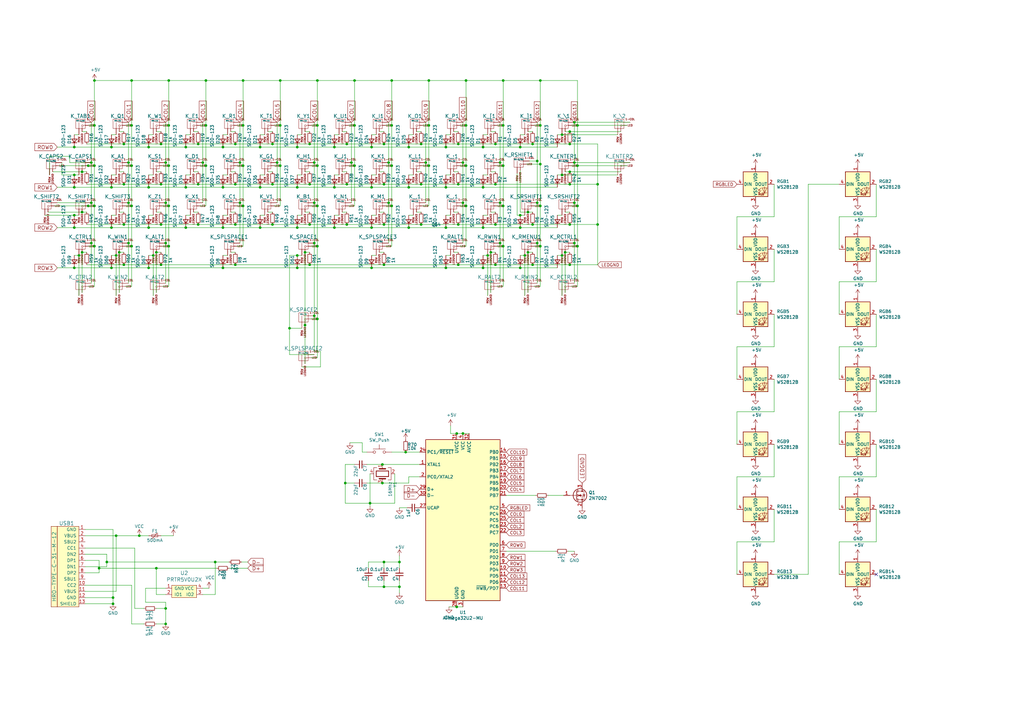
<source format=kicad_sch>
(kicad_sch (version 20230121) (generator eeschema)
  (paper "A3")
  (junction (at 187.96 75.565))
  (junction (at 191.135 84.455))
  (junction (at 113.665 66.675))
  (junction (at 218.44 108.585))
  (junction (at 189.865 66.675))
  (junction (at 156.845 198.12))
  (junction (at 206.375 33.02))
  (junction (at 48.895 103.505))
  (junction (at 33.655 86.995))
  (junction (at 145.415 33.02))
  (junction (at 233.68 92.075))
  (junction (at 236.855 67.945))
  (junction (at 52.705 99.695))
  (junction (at 203.2 75.565))
  (junction (at 67.945 83.185))
  (junction (at 201.295 103.505))
  (junction (at 206.375 51.435))
  (junction (at 137.16 76.835))
  (junction (at 30.48 76.835))
  (junction (at 206.375 67.945))
  (junction (at 67.945 249.555))
  (junction (at 47.625 104.775))
  (junction (at 182.88 93.345))
  (junction (at 221.615 67.31))
  (junction (at 163.83 240.665))
  (junction (at 84.455 67.945))
  (junction (at 83.185 66.675))
  (junction (at 91.44 93.345))
  (junction (at 203.2 59.055))
  (junction (at 38.735 100.965))
  (junction (at 235.585 99.695))
  (junction (at 106.68 76.835))
  (junction (at 160.655 67.945))
  (junction (at 206.375 84.455))
  (junction (at 45.72 76.835))
  (junction (at 163.83 230.505))
  (junction (at 187.96 59.055))
  (junction (at 198.12 109.855))
  (junction (at 167.64 60.325))
  (junction (at 160.655 51.435))
  (junction (at 245.11 75.565))
  (junction (at 198.12 93.345))
  (junction (at 213.36 60.325))
  (junction (at 175.895 51.435))
  (junction (at 37.465 99.695))
  (junction (at 220.345 99.695))
  (junction (at 69.215 100.965))
  (junction (at 45.72 93.345))
  (junction (at 50.8 92.075))
  (junction (at 99.695 51.435))
  (junction (at 145.415 67.945))
  (junction (at 121.92 109.855))
  (junction (at 91.44 76.835))
  (junction (at 38.735 33.02))
  (junction (at 187.325 177.8))
  (junction (at 67.945 255.905))
  (junction (at 99.695 84.455))
  (junction (at 30.48 71.755))
  (junction (at 111.76 59.055))
  (junction (at 218.44 92.075))
  (junction (at 203.2 108.585))
  (junction (at 128.905 129.54))
  (junction (at 33.655 70.485))
  (junction (at 221.615 33.02))
  (junction (at 141.605 198.12))
  (junction (at 69.215 84.455))
  (junction (at 53.975 100.965))
  (junction (at 213.36 88.265))
  (junction (at 64.135 233.045))
  (junction (at 159.385 83.185))
  (junction (at 191.135 33.02))
  (junction (at 57.15 219.71))
  (junction (at 30.48 88.265))
  (junction (at 130.175 84.455))
  (junction (at 53.975 33.02))
  (junction (at 128.905 83.185))
  (junction (at 187.325 248.92))
  (junction (at 130.175 51.435))
  (junction (at 81.28 92.075))
  (junction (at 187.96 108.585))
  (junction (at 45.72 60.325))
  (junction (at 111.76 92.075))
  (junction (at 69.215 51.435))
  (junction (at 167.64 76.835))
  (junction (at 69.215 33.02))
  (junction (at 67.945 66.675))
  (junction (at 127 75.565))
  (junction (at 128.905 99.695))
  (junction (at 142.24 75.565))
  (junction (at 111.76 75.565))
  (junction (at 233.68 59.055))
  (junction (at 81.28 75.565))
  (junction (at 130.175 100.965))
  (junction (at 221.615 51.435))
  (junction (at 106.68 60.325))
  (junction (at 174.625 66.675))
  (junction (at 157.48 92.075))
  (junction (at 130.175 67.945))
  (junction (at 221.615 100.965))
  (junction (at 37.465 66.675))
  (junction (at 245.11 92.075))
  (junction (at 142.24 92.075))
  (junction (at 37.465 83.185))
  (junction (at 230.505 71.755))
  (junction (at 157.48 240.665))
  (junction (at 67.945 99.695))
  (junction (at 66.04 92.075))
  (junction (at 137.16 93.345))
  (junction (at 128.905 66.675))
  (junction (at 142.24 59.055))
  (junction (at 88.265 230.505))
  (junction (at 52.705 66.675))
  (junction (at 96.52 75.565))
  (junction (at 53.975 84.455))
  (junction (at 167.64 93.345))
  (junction (at 60.96 109.855))
  (junction (at 151.765 206.375))
  (junction (at 47.625 219.71))
  (junction (at 189.865 177.8))
  (junction (at 137.16 60.325))
  (junction (at 62.865 104.775))
  (junction (at 50.8 75.565))
  (junction (at 200.025 104.775))
  (junction (at 121.92 104.775))
  (junction (at 172.72 92.075))
  (junction (at 60.96 93.345))
  (junction (at 121.92 60.325))
  (junction (at 125.095 133.35))
  (junction (at 198.12 76.835))
  (junction (at 152.4 60.325))
  (junction (at 66.04 59.055))
  (junction (at 157.48 108.585))
  (junction (at 198.12 60.325))
  (junction (at 233.68 70.485))
  (junction (at 206.375 100.965))
  (junction (at 230.505 104.775))
  (junction (at 191.135 67.945))
  (junction (at 205.105 66.675))
  (junction (at 218.44 59.055))
  (junction (at 40.64 233.045))
  (junction (at 50.8 59.055))
  (junction (at 38.735 84.455))
  (junction (at 114.935 51.435))
  (junction (at 182.88 60.325))
  (junction (at 235.585 66.675))
  (junction (at 45.72 109.855))
  (junction (at 36.195 67.945))
  (junction (at 76.2 60.325))
  (junction (at 160.655 84.455))
  (junction (at 182.88 76.835))
  (junction (at 106.68 93.345))
  (junction (at 98.425 66.675))
  (junction (at 38.735 67.945))
  (junction (at 159.385 66.675))
  (junction (at 220.345 83.185))
  (junction (at 60.96 76.835))
  (junction (at 91.44 109.855))
  (junction (at 118.745 134.62))
  (junction (at 130.175 130.81))
  (junction (at 215.265 104.775))
  (junction (at 157.48 230.505))
  (junction (at 233.68 75.565))
  (junction (at 125.095 103.505))
  (junction (at 157.48 75.565))
  (junction (at 114.935 33.02))
  (junction (at 175.895 67.945))
  (junction (at 99.695 33.02))
  (junction (at 127 108.585))
  (junction (at 91.44 60.325))
  (junction (at 233.68 108.585))
  (junction (at 84.455 51.435))
  (junction (at 156.845 190.5))
  (junction (at 32.385 104.775))
  (junction (at 76.2 76.835))
  (junction (at 53.975 67.945))
  (junction (at 152.4 76.835))
  (junction (at 43.815 230.505))
  (junction (at 157.48 59.055))
  (junction (at 235.585 50.165))
  (junction (at 236.855 84.455))
  (junction (at 205.105 83.185))
  (junction (at 30.48 109.855))
  (junction (at 152.4 109.855))
  (junction (at 127 59.055))
  (junction (at 64.135 103.505))
  (junction (at 216.535 86.995))
  (junction (at 216.535 103.505))
  (junction (at 121.92 93.345))
  (junction (at 121.92 76.835))
  (junction (at 213.36 109.855))
  (junction (at 233.68 53.975))
  (junction (at 76.2 93.345))
  (junction (at 46.355 247.65))
  (junction (at 236.855 100.965))
  (junction (at 30.48 93.345))
  (junction (at 191.135 51.435))
  (junction (at 46.355 245.11))
  (junction (at 98.425 83.185))
  (junction (at 33.655 103.505))
  (junction (at 99.695 67.945))
  (junction (at 36.195 84.455))
  (junction (at 235.585 83.185))
  (junction (at 213.36 93.345))
  (junction (at 175.895 33.02))
  (junction (at 60.96 60.325))
  (junction (at 182.88 109.855))
  (junction (at 52.705 83.185))
  (junction (at 96.52 59.055))
  (junction (at 230.505 55.245))
  (junction (at 30.48 60.325))
  (junction (at 144.145 66.675))
  (junction (at 221.615 84.455))
  (junction (at 187.96 92.075))
  (junction (at 38.735 51.435))
  (junction (at 189.865 83.185))
  (junction (at 145.415 51.435))
  (junction (at 96.52 108.585))
  (junction (at 66.04 108.585))
  (junction (at 69.215 67.945))
  (junction (at 172.72 75.565))
  (junction (at 152.4 93.345))
  (junction (at 84.455 33.02))
  (junction (at 127 92.075))
  (junction (at 166.37 185.42))
  (junction (at 114.935 67.945))
  (junction (at 160.655 33.02))
  (junction (at 220.345 66.04))
  (junction (at 50.8 108.585))
  (junction (at 203.2 92.075))
  (junction (at 130.175 33.02))
  (junction (at 96.52 92.075))
  (junction (at 172.72 59.055))
  (junction (at 53.975 51.435))
  (junction (at 66.04 75.565))
  (junction (at 81.28 59.055))
  (junction (at 205.105 99.695))
  (junction (at 236.855 51.435))
  (junction (at 231.775 103.505))
  (no_connect (at 359.41 235.585))
  (wire (pts (xy 91.44 104.775) (xy 93.345 104.775)))
  (wire (pts (xy 359.41 128.905) (xy 359.41 142.24)))
  (wire (pts (xy 127 75.565) (xy 142.24 75.565)))
  (wire (pts (xy 127 92.075) (xy 142.24 92.075)))
  (wire (pts (xy 50.8 86.995) (xy 48.895 86.995)))
  (wire (pts (xy 52.705 66.675) (xy 52.705 83.185)))
  (wire (pts (xy 302.26 88.9) (xy 302.26 102.235)))
  (wire (pts (xy 206.375 33.02) (xy 206.375 51.435)))
  (wire (pts (xy 114.935 51.435) (xy 114.935 67.945)))
  (wire (pts (xy 359.41 142.24) (xy 344.17 142.24)))
  (wire (pts (xy 213.36 104.775) (xy 215.265 104.775)))
  (wire (pts (xy 96.52 59.055) (xy 111.76 59.055)))
  (wire (pts (xy 215.265 121.285) (xy 215.265 104.775)))
  (wire (pts (xy 69.215 84.455) (xy 66.675 84.455)))
  (wire (pts (xy 53.975 67.945) (xy 53.975 84.455)))
  (wire (pts (xy 152.4 109.855) (xy 182.88 109.855)))
  (wire (pts (xy 114.935 51.435) (xy 112.395 51.435)))
  (wire (pts (xy 160.655 51.435) (xy 160.655 67.945)))
  (wire (pts (xy 125.095 149.225) (xy 125.095 133.35)))
  (wire (pts (xy 145.415 33.02) (xy 160.655 33.02)))
  (wire (pts (xy 157.48 230.505) (xy 163.83 230.505)))
  (wire (pts (xy 50.8 103.505) (xy 48.895 103.505)))
  (wire (pts (xy 174.625 66.675) (xy 174.625 83.185)))
  (wire (pts (xy 191.135 51.435) (xy 188.595 51.435)))
  (wire (pts (xy 137.16 88.265) (xy 139.065 88.265)))
  (wire (pts (xy 81.28 86.995) (xy 79.375 86.995)))
  (wire (pts (xy 167.64 195.58) (xy 172.085 195.58)))
  (wire (pts (xy 157.48 103.505) (xy 155.575 103.505)))
  (wire (pts (xy 59.69 241.3) (xy 67.945 241.3)))
  (wire (pts (xy 84.455 33.02) (xy 84.455 51.435)))
  (wire (pts (xy 96.52 86.995) (xy 94.615 86.995)))
  (wire (pts (xy 163.83 240.665) (xy 163.83 243.205)))
  (wire (pts (xy 235.585 226.06) (xy 233.045 226.06)))
  (wire (pts (xy 30.48 55.245) (xy 32.385 55.245)))
  (wire (pts (xy 172.72 70.485) (xy 170.815 70.485)))
  (wire (pts (xy 127.635 100.965) (xy 130.175 100.965)))
  (wire (pts (xy 187.96 75.565) (xy 203.2 75.565)))
  (wire (pts (xy 99.695 51.435) (xy 99.695 67.945)))
  (wire (pts (xy 198.12 88.265) (xy 200.025 88.265)))
  (wire (pts (xy 47.625 219.71) (xy 47.625 242.57)))
  (wire (pts (xy 88.265 243.84) (xy 88.265 230.505)))
  (wire (pts (xy 172.72 53.975) (xy 170.815 53.975)))
  (wire (pts (xy 184.785 177.8) (xy 187.325 177.8)))
  (wire (pts (xy 43.815 230.505) (xy 43.815 227.33)))
  (wire (pts (xy 40.64 233.045) (xy 40.64 234.95)))
  (wire (pts (xy 359.41 115.57) (xy 344.17 115.57)))
  (wire (pts (xy 344.17 222.25) (xy 359.41 222.25)))
  (wire (pts (xy 22.225 84.455) (xy 36.195 84.455)))
  (wire (pts (xy 35.56 75.565) (xy 50.8 75.565)))
  (wire (pts (xy 84.455 67.945) (xy 84.455 84.455)))
  (wire (pts (xy 213.36 69.85) (xy 213.36 86.995)))
  (wire (pts (xy 91.44 55.245) (xy 93.345 55.245)))
  (wire (pts (xy 30.48 93.345) (xy 45.72 93.345)))
  (wire (pts (xy 235.585 99.695) (xy 235.585 116.205)))
  (wire (pts (xy 187.96 86.995) (xy 186.055 86.995)))
  (wire (pts (xy 111.76 92.075) (xy 127 92.075)))
  (wire (pts (xy 43.815 230.505) (xy 88.265 230.505)))
  (wire (pts (xy 30.48 71.755) (xy 32.385 71.755)))
  (wire (pts (xy 221.615 67.31) (xy 221.615 84.455)))
  (wire (pts (xy 76.2 76.835) (xy 91.44 76.835)))
  (wire (pts (xy 233.68 108.585) (xy 218.44 108.585)))
  (wire (pts (xy 121.92 55.245) (xy 123.825 55.245)))
  (wire (pts (xy 127 70.485) (xy 125.095 70.485)))
  (wire (pts (xy 50.8 108.585) (xy 35.56 108.585)))
  (wire (pts (xy 37.465 50.165) (xy 37.465 66.675)))
  (wire (pts (xy 67.945 247.015) (xy 59.69 247.015)))
  (wire (pts (xy 187.325 177.8) (xy 189.865 177.8)))
  (wire (pts (xy 163.83 230.505) (xy 163.83 233.045)))
  (wire (pts (xy 344.17 115.57) (xy 344.17 128.905)))
  (wire (pts (xy 145.415 51.435) (xy 145.415 67.945)))
  (wire (pts (xy 84.455 33.02) (xy 99.695 33.02)))
  (wire (pts (xy 121.92 104.775) (xy 118.745 104.775)))
  (wire (pts (xy 198.12 109.855) (xy 213.36 109.855)))
  (wire (pts (xy 145.415 51.435) (xy 142.875 51.435)))
  (wire (pts (xy 144.145 50.165) (xy 144.145 66.675)))
  (wire (pts (xy 130.175 130.81) (xy 130.175 146.685)))
  (wire (pts (xy 85.725 241.3) (xy 83.185 241.3)))
  (wire (pts (xy 76.2 55.245) (xy 78.105 55.245)))
  (wire (pts (xy 91.44 109.855) (xy 121.92 109.855)))
  (wire (pts (xy 220.345 83.185) (xy 220.345 99.695)))
  (wire (pts (xy 203.2 53.975) (xy 201.295 53.975)))
  (wire (pts (xy 76.2 60.325) (xy 91.44 60.325)))
  (wire (pts (xy 145.415 67.945) (xy 145.415 84.455)))
  (wire (pts (xy 43.815 232.41) (xy 43.815 230.505)))
  (wire (pts (xy 125.095 133.35) (xy 125.095 103.505)))
  (wire (pts (xy 233.68 103.505) (xy 231.775 103.505)))
  (wire (pts (xy 205.105 99.695) (xy 205.105 116.205)))
  (wire (pts (xy 130.175 146.685) (xy 127.635 146.685)))
  (wire (pts (xy 191.135 84.455) (xy 191.135 100.965)))
  (wire (pts (xy 245.11 59.055) (xy 233.68 59.055)))
  (wire (pts (xy 34.925 232.41) (xy 43.815 232.41)))
  (wire (pts (xy 128.905 145.415) (xy 118.745 145.415)))
  (wire (pts (xy 45.72 71.755) (xy 47.625 71.755)))
  (wire (pts (xy 182.88 71.755) (xy 184.785 71.755)))
  (wire (pts (xy 45.72 104.775) (xy 47.625 104.775)))
  (wire (pts (xy 157.48 86.995) (xy 155.575 86.995)))
  (wire (pts (xy 228.6 104.775) (xy 230.505 104.775)))
  (wire (pts (xy 106.68 88.265) (xy 108.585 88.265)))
  (wire (pts (xy 35.56 103.505) (xy 33.655 103.505)))
  (wire (pts (xy 96.52 92.075) (xy 111.76 92.075)))
  (wire (pts (xy 245.11 75.565) (xy 245.11 59.055)))
  (wire (pts (xy 118.745 134.62) (xy 123.825 134.62)))
  (wire (pts (xy 230.505 71.755) (xy 253.365 71.755)))
  (wire (pts (xy 221.615 84.455) (xy 219.075 84.455)))
  (wire (pts (xy 175.895 51.435) (xy 175.895 67.945)))
  (wire (pts (xy 302.26 195.58) (xy 317.5 195.58)))
  (wire (pts (xy 130.175 84.455) (xy 127.635 84.455)))
  (wire (pts (xy 157.48 108.585) (xy 187.96 108.585)))
  (wire (pts (xy 32.385 121.285) (xy 32.385 104.775)))
  (wire (pts (xy 233.68 70.485) (xy 231.775 70.485)))
  (wire (pts (xy 182.88 60.325) (xy 198.12 60.325)))
  (wire (pts (xy 317.5 235.585) (xy 331.47 235.585)))
  (wire (pts (xy 106.68 76.835) (xy 121.92 76.835)))
  (wire (pts (xy 38.735 100.965) (xy 36.195 100.965)))
  (wire (pts (xy 45.72 60.325) (xy 60.96 60.325)))
  (wire (pts (xy 163.83 227.965) (xy 163.83 230.505)))
  (wire (pts (xy 157.48 59.055) (xy 172.72 59.055)))
  (wire (pts (xy 20.32 64.135) (xy 20.32 71.755)))
  (wire (pts (xy 231.775 120.015) (xy 231.775 103.505)))
  (wire (pts (xy 206.375 84.455) (xy 206.375 100.965)))
  (wire (pts (xy 23.495 109.855) (xy 30.48 109.855)))
  (wire (pts (xy 145.415 84.455) (xy 142.875 84.455)))
  (wire (pts (xy 236.855 100.965) (xy 236.855 117.475)))
  (wire (pts (xy 69.215 51.435) (xy 66.675 51.435)))
  (wire (pts (xy 40.64 229.87) (xy 40.64 233.045)))
  (wire (pts (xy 66.04 92.075) (xy 81.28 92.075)))
  (wire (pts (xy 66.04 86.995) (xy 64.135 86.995)))
  (wire (pts (xy 121.92 104.775) (xy 123.825 104.775)))
  (wire (pts (xy 118.745 104.775) (xy 118.745 134.62)))
  (wire (pts (xy 317.5 182.245) (xy 317.5 195.58)))
  (wire (pts (xy 187.96 103.505) (xy 186.055 103.505)))
  (wire (pts (xy 67.945 50.165) (xy 67.945 66.675)))
  (wire (pts (xy 69.215 33.02) (xy 69.215 51.435)))
  (wire (pts (xy 118.745 145.415) (xy 118.745 134.62)))
  (wire (pts (xy 130.175 84.455) (xy 130.175 100.965)))
  (wire (pts (xy 175.895 67.945) (xy 173.355 67.945)))
  (wire (pts (xy 172.72 59.055) (xy 187.96 59.055)))
  (wire (pts (xy 53.975 51.435) (xy 53.975 67.945)))
  (wire (pts (xy 203.2 75.565) (xy 233.68 75.565)))
  (wire (pts (xy 91.44 93.345) (xy 106.68 93.345)))
  (wire (pts (xy 175.895 33.02) (xy 175.895 51.435)))
  (wire (pts (xy 141.605 206.375) (xy 151.765 206.375)))
  (wire (pts (xy 203.2 108.585) (xy 218.44 108.585)))
  (wire (pts (xy 57.15 219.71) (xy 60.96 219.71)))
  (wire (pts (xy 53.975 100.965) (xy 53.975 117.475)))
  (wire (pts (xy 236.855 67.945) (xy 236.855 84.455)))
  (wire (pts (xy 144.145 66.675) (xy 144.145 83.185)))
  (wire (pts (xy 106.68 60.325) (xy 121.92 60.325)))
  (wire (pts (xy 81.28 53.975) (xy 79.375 53.975)))
  (wire (pts (xy 46.355 217.17) (xy 46.355 245.11)))
  (wire (pts (xy 203.2 92.075) (xy 218.44 92.075)))
  (wire (pts (xy 156.845 190.5) (xy 172.085 190.5)))
  (wire (pts (xy 69.215 100.965) (xy 69.215 117.475)))
  (wire (pts (xy 206.375 84.455) (xy 203.835 84.455)))
  (wire (pts (xy 167.64 55.245) (xy 169.545 55.245)))
  (wire (pts (xy 131.445 150.495) (xy 123.825 150.495)))
  (wire (pts (xy 236.855 67.945) (xy 234.315 67.945)))
  (wire (pts (xy 359.41 75.565) (xy 359.41 88.9)))
  (wire (pts (xy 221.615 117.475) (xy 219.075 117.475)))
  (wire (pts (xy 91.44 76.835) (xy 106.68 76.835)))
  (wire (pts (xy 69.215 67.945) (xy 69.215 84.455)))
  (wire (pts (xy 160.655 84.455) (xy 158.115 84.455)))
  (wire (pts (xy 114.935 67.945) (xy 114.935 84.455)))
  (wire (pts (xy 152.4 55.245) (xy 154.305 55.245)))
  (wire (pts (xy 25.4 66.675) (xy 25.4 71.755)))
  (wire (pts (xy 213.36 55.245) (xy 215.265 55.245)))
  (wire (pts (xy 141.605 198.12) (xy 145.415 198.12)))
  (wire (pts (xy 359.41 88.9) (xy 344.17 88.9)))
  (wire (pts (xy 127 108.585) (xy 157.48 108.585)))
  (wire (pts (xy 137.16 71.755) (xy 139.065 71.755)))
  (wire (pts (xy 53.975 100.965) (xy 51.435 100.965)))
  (wire (pts (xy 128.905 50.165) (xy 128.905 66.675)))
  (wire (pts (xy 145.415 190.5) (xy 141.605 190.5)))
  (wire (pts (xy 99.695 84.455) (xy 99.695 100.965)))
  (wire (pts (xy 33.655 86.995) (xy 19.685 86.995)))
  (wire (pts (xy 45.72 93.345) (xy 60.96 93.345)))
  (wire (pts (xy 245.11 108.585) (xy 245.11 92.075)))
  (wire (pts (xy 203.2 103.505) (xy 201.295 103.505)))
  (wire (pts (xy 53.975 67.945) (xy 51.435 67.945)))
  (wire (pts (xy 46.355 245.11) (xy 46.355 247.65)))
  (wire (pts (xy 60.96 55.245) (xy 62.865 55.245)))
  (wire (pts (xy 157.48 238.125) (xy 157.48 240.665)))
  (wire (pts (xy 60.96 60.325) (xy 76.2 60.325)))
  (wire (pts (xy 151.13 230.505) (xy 157.48 230.505)))
  (wire (pts (xy 235.585 66.675) (xy 235.585 83.185)))
  (wire (pts (xy 84.455 51.435) (xy 81.915 51.435)))
  (wire (pts (xy 203.2 86.995) (xy 201.295 86.995)))
  (wire (pts (xy 167.64 195.58) (xy 167.64 198.12)))
  (wire (pts (xy 236.855 33.02) (xy 236.855 51.435)))
  (wire (pts (xy 38.735 84.455) (xy 36.195 84.455)))
  (wire (pts (xy 113.665 50.165) (xy 113.665 66.675)))
  (wire (pts (xy 98.425 83.185) (xy 98.425 99.695)))
  (wire (pts (xy 157.48 75.565) (xy 172.72 75.565)))
  (wire (pts (xy 137.16 93.345) (xy 152.4 93.345)))
  (wire (pts (xy 221.615 51.435) (xy 221.615 67.31)))
  (wire (pts (xy 187.96 108.585) (xy 203.2 108.585)))
  (wire (pts (xy 130.175 33.02) (xy 145.415 33.02)))
  (wire (pts (xy 302.26 168.91) (xy 317.5 168.91)))
  (wire (pts (xy 218.44 59.055) (xy 233.68 59.055)))
  (wire (pts (xy 34.925 245.11) (xy 46.355 245.11)))
  (wire (pts (xy 302.26 115.57) (xy 302.26 128.905)))
  (wire (pts (xy 254.635 70.485) (xy 233.68 70.485)))
  (wire (pts (xy 28.575 66.675) (xy 28.575 64.135)))
  (wire (pts (xy 121.92 76.835) (xy 137.16 76.835)))
  (wire (pts (xy 69.215 117.475) (xy 66.675 117.475)))
  (wire (pts (xy 344.17 195.58) (xy 344.17 208.915)))
  (wire (pts (xy 302.26 168.91) (xy 302.26 182.245)))
  (wire (pts (xy 344.17 88.9) (xy 344.17 102.235)))
  (wire (pts (xy 38.735 117.475) (xy 36.195 117.475)))
  (wire (pts (xy 217.17 66.04) (xy 220.345 66.04)))
  (wire (pts (xy 69.215 67.945) (xy 66.675 67.945)))
  (wire (pts (xy 245.11 75.565) (xy 245.11 92.075)))
  (wire (pts (xy 35.56 53.975) (xy 33.655 53.975)))
  (wire (pts (xy 36.195 67.945) (xy 38.735 67.945)))
  (wire (pts (xy 317.5 102.235) (xy 317.5 115.57)))
  (wire (pts (xy 64.135 233.045) (xy 88.9 233.045)))
  (wire (pts (xy 157.48 53.975) (xy 155.575 53.975)))
  (wire (pts (xy 236.855 117.475) (xy 234.315 117.475)))
  (wire (pts (xy 99.695 67.945) (xy 97.155 67.945)))
  (wire (pts (xy 127 86.995) (xy 125.095 86.995)))
  (wire (pts (xy 224.79 203.2) (xy 231.14 203.2)))
  (wire (pts (xy 83.185 243.84) (xy 88.265 243.84)))
  (wire (pts (xy 98.425 50.165) (xy 98.425 66.675)))
  (wire (pts (xy 216.535 120.015) (xy 216.535 103.505)))
  (wire (pts (xy 91.44 88.265) (xy 93.345 88.265)))
  (wire (pts (xy 69.215 51.435) (xy 69.215 67.945)))
  (wire (pts (xy 130.175 67.945) (xy 130.175 84.455)))
  (wire (pts (xy 205.105 83.185) (xy 205.105 99.695)))
  (wire (pts (xy 137.16 55.245) (xy 139.065 55.245)))
  (wire (pts (xy 81.28 59.055) (xy 96.52 59.055)))
  (wire (pts (xy 76.2 93.345) (xy 91.44 93.345)))
  (wire (pts (xy 127 59.055) (xy 142.24 59.055)))
  (wire (pts (xy 130.175 51.435) (xy 130.175 67.945)))
  (wire (pts (xy 166.37 185.42) (xy 172.085 185.42)))
  (wire (pts (xy 175.895 51.435) (xy 173.355 51.435)))
  (wire (pts (xy 156.845 198.12) (xy 150.495 198.12)))
  (wire (pts (xy 137.16 60.325) (xy 152.4 60.325)))
  (wire (pts (xy 167.64 93.345) (xy 182.88 93.345)))
  (wire (pts (xy 99.06 230.505) (xy 101.6 230.505)))
  (wire (pts (xy 33.655 103.505) (xy 33.655 120.015)))
  (wire (pts (xy 152.4 60.325) (xy 167.64 60.325)))
  (wire (pts (xy 47.625 219.71) (xy 57.15 219.71)))
  (wire (pts (xy 50.8 53.975) (xy 48.895 53.975)))
  (wire (pts (xy 67.945 83.185) (xy 67.945 99.695)))
  (wire (pts (xy 218.44 53.975) (xy 216.535 53.975)))
  (wire (pts (xy 67.945 249.555) (xy 67.945 247.015)))
  (wire (pts (xy 38.735 100.965) (xy 38.735 117.475)))
  (wire (pts (xy 50.8 70.485) (xy 48.895 70.485)))
  (wire (pts (xy 317.5 75.565) (xy 317.5 88.9)))
  (wire (pts (xy 172.72 92.075) (xy 187.96 92.075)))
  (wire (pts (xy 96.52 103.505) (xy 94.615 103.505)))
  (wire (pts (xy 38.735 51.435) (xy 36.195 51.435)))
  (wire (pts (xy 221.615 33.02) (xy 236.855 33.02)))
  (wire (pts (xy 203.2 59.055) (xy 218.44 59.055)))
  (wire (pts (xy 60.96 109.855) (xy 91.44 109.855)))
  (wire (pts (xy 37.465 83.185) (xy 23.495 83.185)))
  (wire (pts (xy 23.495 93.345) (xy 30.48 93.345)))
  (wire (pts (xy 206.375 100.965) (xy 203.835 100.965)))
  (wire (pts (xy 30.48 88.265) (xy 32.385 88.265)))
  (wire (pts (xy 130.175 33.02) (xy 130.175 51.435)))
  (wire (pts (xy 37.465 99.695) (xy 37.465 116.205)))
  (wire (pts (xy 191.135 84.455) (xy 188.595 84.455)))
  (wire (pts (xy 69.215 84.455) (xy 69.215 100.965)))
  (wire (pts (xy 37.465 66.675) (xy 28.575 66.675)))
  (wire (pts (xy 236.855 51.435) (xy 236.855 67.945)))
  (wire (pts (xy 128.905 99.695) (xy 128.905 129.54)))
  (wire (pts (xy 127 103.505) (xy 125.095 103.505)))
  (wire (pts (xy 38.735 67.945) (xy 38.735 84.455)))
  (wire (pts (xy 258.445 66.675) (xy 235.585 66.675)))
  (wire (pts (xy 198.12 71.755) (xy 200.025 71.755)))
  (wire (pts (xy 167.64 88.265) (xy 169.545 88.265)))
  (wire (pts (xy 212.09 88.265) (xy 212.09 71.12)))
  (wire (pts (xy 221.615 100.965) (xy 221.615 117.475)))
  (wire (pts (xy 160.655 67.945) (xy 158.115 67.945)))
  (wire (pts (xy 151.765 194.31) (xy 151.765 206.375)))
  (wire (pts (xy 191.135 33.02) (xy 191.135 51.435)))
  (wire (pts (xy 236.855 84.455) (xy 234.315 84.455)))
  (wire (pts (xy 34.925 219.71) (xy 47.625 219.71)))
  (wire (pts (xy 230.505 55.245) (xy 253.365 55.245)))
  (wire (pts (xy 111.76 59.055) (xy 127 59.055)))
  (wire (pts (xy 131.445 144.145) (xy 131.445 150.495)))
  (wire (pts (xy 187.96 59.055) (xy 203.2 59.055)))
  (wire (pts (xy 60.96 88.265) (xy 62.865 88.265)))
  (wire (pts (xy 98.425 66.675) (xy 98.425 83.185)))
  (wire (pts (xy 344.17 142.24) (xy 344.17 155.575)))
  (wire (pts (xy 221.615 33.02) (xy 221.615 51.435)))
  (wire (pts (xy 88.265 230.505) (xy 93.98 230.505)))
  (wire (pts (xy 236.855 51.435) (xy 257.175 51.435)))
  (wire (pts (xy 111.76 86.995) (xy 109.855 86.995)))
  (wire (pts (xy 35.56 86.995) (xy 33.655 86.995)))
  (wire (pts (xy 50.8 92.075) (xy 66.04 92.075)))
  (wire (pts (xy 106.68 93.345) (xy 121.92 93.345)))
  (wire (pts (xy 317.5 88.9) (xy 302.26 88.9)))
  (wire (pts (xy 228.6 71.755) (xy 230.505 71.755)))
  (wire (pts (xy 235.585 83.185) (xy 235.585 99.695)))
  (wire (pts (xy 184.15 248.92) (xy 187.325 248.92)))
  (wire (pts (xy 317.5 142.24) (xy 302.26 142.24)))
  (wire (pts (xy 191.135 100.965) (xy 188.595 100.965)))
  (wire (pts (xy 233.68 75.565) (xy 245.11 75.565)))
  (wire (pts (xy 160.655 33.02) (xy 175.895 33.02)))
  (wire (pts (xy 198.12 104.775) (xy 200.025 104.775)))
  (wire (pts (xy 206.375 51.435) (xy 203.835 51.435)))
  (wire (pts (xy 69.215 100.965) (xy 66.675 100.965)))
  (wire (pts (xy 187.96 53.975) (xy 186.055 53.975)))
  (wire (pts (xy 84.455 84.455) (xy 81.915 84.455)))
  (wire (pts (xy 121.92 71.755) (xy 123.825 71.755)))
  (wire (pts (xy 206.375 51.435) (xy 206.375 67.945)))
  (wire (pts (xy 33.655 70.485) (xy 35.56 70.485)))
  (wire (pts (xy 189.865 50.165) (xy 189.865 66.675)))
  (wire (pts (xy 167.64 76.835) (xy 182.88 76.835)))
  (wire (pts (xy 91.44 60.325) (xy 106.68 60.325)))
  (wire (pts (xy 218.44 86.995) (xy 216.535 86.995)))
  (wire (pts (xy 81.28 70.485) (xy 79.375 70.485)))
  (wire (pts (xy 359.41 208.915) (xy 359.41 222.25)))
  (wire (pts (xy 206.375 117.475) (xy 203.835 117.475)))
  (wire (pts (xy 359.41 102.235) (xy 359.41 115.57)))
  (wire (pts (xy 30.48 109.855) (xy 45.72 109.855)))
  (wire (pts (xy 34.925 224.79) (xy 55.245 224.79)))
  (wire (pts (xy 191.135 67.945) (xy 188.595 67.945)))
  (wire (pts (xy 159.385 50.165) (xy 159.385 66.675)))
  (wire (pts (xy 160.655 84.455) (xy 160.655 100.965)))
  (wire (pts (xy 64.135 103.505) (xy 66.04 103.505)))
  (wire (pts (xy 206.375 33.02) (xy 221.615 33.02)))
  (wire (pts (xy 159.385 66.675) (xy 159.385 83.185)))
  (wire (pts (xy 50.8 59.055) (xy 66.04 59.055)))
  (wire (pts (xy 111.76 70.485) (xy 109.855 70.485)))
  (wire (pts (xy 233.68 53.975) (xy 231.775 53.975)))
  (wire (pts (xy 151.13 233.045) (xy 151.13 230.505)))
  (wire (pts (xy 130.175 51.435) (xy 127.635 51.435)))
  (wire (pts (xy 83.185 66.675) (xy 83.185 83.185)))
  (wire (pts (xy 213.36 109.855) (xy 228.6 109.855)))
  (wire (pts (xy 66.04 53.975) (xy 64.135 53.975)))
  (wire (pts (xy 83.185 50.165) (xy 83.185 66.675)))
  (wire (pts (xy 302.26 142.24) (xy 302.26 155.575)))
  (wire (pts (xy 227.965 226.06) (xy 207.645 226.06)))
  (wire (pts (xy 53.975 240.03) (xy 53.975 255.905)))
  (wire (pts (xy 359.41 155.575) (xy 359.41 168.91)))
  (wire (pts (xy 245.11 92.075) (xy 233.68 92.075)))
  (wire (pts (xy 52.705 99.695) (xy 52.705 116.205)))
  (wire (pts (xy 317.5 208.915) (xy 317.5 222.25)))
  (wire (pts (xy 93.98 233.045) (xy 101.6 233.045)))
  (wire (pts (xy 344.17 222.25) (xy 344.17 235.585)))
  (wire (pts (xy 230.505 121.285) (xy 230.505 104.775)))
  (wire (pts (xy 99.695 33.02) (xy 114.935 33.02)))
  (wire (pts (xy 198.12 76.835) (xy 228.6 76.835)))
  (wire (pts (xy 43.815 227.33) (xy 34.925 227.33)))
  (wire (pts (xy 30.48 60.325) (xy 45.72 60.325)))
  (wire (pts (xy 152.4 93.345) (xy 167.64 93.345)))
  (wire (pts (xy 161.925 206.375) (xy 161.925 194.31)))
  (wire (pts (xy 235.585 50.165) (xy 235.585 66.675)))
  (wire (pts (xy 213.36 86.995) (xy 216.535 86.995)))
  (wire (pts (xy 37.465 83.185) (xy 37.465 99.695)))
  (wire (pts (xy 66.04 75.565) (xy 81.28 75.565)))
  (wire (pts (xy 81.28 92.075) (xy 96.52 92.075)))
  (wire (pts (xy 175.895 67.945) (xy 175.895 84.455)))
  (wire (pts (xy 175.895 84.455) (xy 173.355 84.455)))
  (wire (pts (xy 302.26 222.25) (xy 317.5 222.25)))
  (wire (pts (xy 121.92 93.345) (xy 137.16 93.345)))
  (wire (pts (xy 50.8 75.565) (xy 66.04 75.565)))
  (wire (pts (xy 184.785 174.625) (xy 184.785 177.8)))
  (wire (pts (xy 206.375 100.965) (xy 206.375 117.475)))
  (wire (pts (xy 187.96 92.075) (xy 203.2 92.075)))
  (wire (pts (xy 182.88 93.345) (xy 198.12 93.345)))
  (wire (pts (xy 46.355 247.65) (xy 34.925 247.65)))
  (wire (pts (xy 53.975 255.905) (xy 59.055 255.905)))
  (wire (pts (xy 60.96 76.835) (xy 76.2 76.835)))
  (wire (pts (xy 317.5 128.905) (xy 317.5 142.24)))
  (wire (pts (xy 60.96 104.775) (xy 62.865 104.775)))
  (wire (pts (xy 152.4 88.265) (xy 154.305 88.265)))
  (wire (pts (xy 53.975 84.455) (xy 51.435 84.455)))
  (wire (pts (xy 344.17 75.565) (xy 331.47 75.565)))
  (wire (pts (xy 55.245 224.79) (xy 55.245 249.555)))
  (wire (pts (xy 172.72 86.995) (xy 170.815 86.995)))
  (wire (pts (xy 182.88 109.855) (xy 198.12 109.855)))
  (wire (pts (xy 218.44 92.075) (xy 233.68 92.075)))
  (wire (pts (xy 113.665 66.675) (xy 113.665 83.185)))
  (wire (pts (xy 96.52 75.565) (xy 111.76 75.565)))
  (wire (pts (xy 182.88 104.775) (xy 184.785 104.775)))
  (wire (pts (xy 99.695 100.965) (xy 97.155 100.965)))
  (wire (pts (xy 152.4 71.755) (xy 154.305 71.755)))
  (wire (pts (xy 84.455 67.945) (xy 81.915 67.945)))
  (wire (pts (xy 145.415 33.02) (xy 145.415 51.435)))
  (wire (pts (xy 151.765 206.375) (xy 151.765 207.645)))
  (wire (pts (xy 163.83 238.125) (xy 163.83 240.665)))
  (wire (pts (xy 37.465 66.675) (xy 37.465 83.185)))
  (wire (pts (xy 53.975 84.455) (xy 53.975 100.965)))
  (wire (pts (xy 111.76 75.565) (xy 127 75.565)))
  (wire (pts (xy 218.44 103.505) (xy 216.535 103.505)))
  (wire (pts (xy 128.905 129.54) (xy 128.905 144.145)))
  (wire (pts (xy 60.96 71.755) (xy 62.865 71.755)))
  (wire (pts (xy 67.945 99.695) (xy 67.945 116.205)))
  (wire (pts (xy 55.245 249.555) (xy 59.055 249.555)))
  (wire (pts (xy 34.925 240.03) (xy 53.975 240.03)))
  (wire (pts (xy 302.26 195.58) (xy 302.26 208.915)))
  (wire (pts (xy 45.72 109.855) (xy 60.96 109.855)))
  (wire (pts (xy 160.655 51.435) (xy 158.115 51.435)))
  (wire (pts (xy 67.945 243.84) (xy 64.135 243.84)))
  (wire (pts (xy 141.605 198.12) (xy 141.605 206.375)))
  (wire (pts (xy 191.135 67.945) (xy 191.135 84.455)))
  (wire (pts (xy 233.68 86.995) (xy 231.775 86.995)))
  (wire (pts (xy 187.325 248.92) (xy 189.865 248.92)))
  (wire (pts (xy 228.6 55.245) (xy 230.505 55.245)))
  (wire (pts (xy 206.375 67.945) (xy 203.835 67.945)))
  (wire (pts (xy 38.735 33.02) (xy 53.975 33.02)))
  (wire (pts (xy 189.865 66.675) (xy 189.865 83.185)))
  (wire (pts (xy 28.575 64.135) (xy 20.32 64.135)))
  (wire (pts (xy 189.865 177.8) (xy 192.405 177.8)))
  (wire (pts (xy 128.905 144.145) (xy 131.445 144.145)))
  (wire (pts (xy 35.56 59.055) (xy 50.8 59.055)))
  (wire (pts (xy 142.24 59.055) (xy 157.48 59.055)))
  (wire (pts (xy 128.905 83.185) (xy 128.905 99.695)))
  (wire (pts (xy 30.48 104.775) (xy 32.385 104.775)))
  (wire (pts (xy 96.52 70.485) (xy 94.615 70.485)))
  (wire (pts (xy 317.5 155.575) (xy 317.5 168.91)))
  (wire (pts (xy 359.41 182.245) (xy 359.41 195.58)))
  (wire (pts (xy 344.17 168.91) (xy 359.41 168.91)))
  (wire (pts (xy 236.855 100.965) (xy 234.315 100.965)))
  (wire (pts (xy 205.105 50.165) (xy 205.105 66.675)))
  (wire (pts (xy 137.16 76.835) (xy 152.4 76.835)))
  (wire (pts (xy 67.945 249.555) (xy 67.945 255.905)))
  (wire (pts (xy 233.68 108.585) (xy 245.11 108.585)))
  (wire (pts (xy 191.135 51.435) (xy 191.135 67.945)))
  (wire (pts (xy 317.5 115.57) (xy 302.26 115.57)))
  (wire (pts (xy 114.935 33.02) (xy 114.935 51.435)))
  (wire (pts (xy 84.455 51.435) (xy 84.455 67.945)))
  (wire (pts (xy 130.175 67.945) (xy 127.635 67.945)))
  (wire (pts (xy 220.345 66.04) (xy 220.345 83.185)))
  (wire (pts (xy 198.12 55.245) (xy 200.025 55.245)))
  (wire (pts (xy 114.935 67.945) (xy 112.395 67.945)))
  (wire (pts (xy 160.655 33.02) (xy 160.655 51.435)))
  (wire (pts (xy 38.735 84.455) (xy 38.735 100.965)))
  (wire (pts (xy 66.04 108.585) (xy 96.52 108.585)))
  (wire (pts (xy 160.655 185.42) (xy 166.37 185.42)))
  (wire (pts (xy 159.385 83.185) (xy 159.385 99.695)))
  (wire (pts (xy 145.415 67.945) (xy 142.875 67.945)))
  (wire (pts (xy 221.615 100.965) (xy 219.075 100.965)))
  (wire (pts (xy 160.655 100.965) (xy 158.115 100.965)))
  (wire (pts (xy 167.64 198.12) (xy 156.845 198.12)))
  (wire (pts (xy 148.59 181.61) (xy 148.59 185.42)))
  (wire (pts (xy 157.48 230.505) (xy 157.48 233.045)))
  (wire (pts (xy 148.59 185.42) (xy 150.495 185.42)))
  (wire (pts (xy 106.68 71.755) (xy 108.585 71.755)))
  (wire (pts (xy 203.2 70.485) (xy 201.295 70.485)))
  (wire (pts (xy 64.135 249.555) (xy 67.945 249.555)))
  (wire (pts (xy 236.855 67.945) (xy 257.175 67.945)))
  (wire (pts (xy 23.495 76.835) (xy 30.48 76.835)))
  (wire (pts (xy 66.04 108.585) (xy 50.8 108.585)))
  (wire (pts (xy 76.2 71.755) (xy 78.105 71.755)))
  (wire (pts (xy 99.695 84.455) (xy 97.155 84.455)))
  (wire (pts (xy 53.975 33.02) (xy 69.215 33.02)))
  (wire (pts (xy 99.695 51.435) (xy 97.155 51.435)))
  (wire (pts (xy 59.69 247.015) (xy 59.69 241.3)))
  (wire (pts (xy 99.695 33.02) (xy 99.695 51.435)))
  (wire (pts (xy 254.635 53.975) (xy 233.68 53.975)))
  (wire (pts (xy 64.135 103.505) (xy 64.135 120.015)))
  (wire (pts (xy 172.72 75.565) (xy 187.96 75.565)))
  (wire (pts (xy 60.96 93.345) (xy 76.2 93.345)))
  (wire (pts (xy 198.12 60.325) (xy 213.36 60.325)))
  (wire (pts (xy 258.445 50.165) (xy 235.585 50.165)))
  (wire (pts (xy 220.345 99.695) (xy 220.345 116.205)))
  (wire (pts (xy 96.52 53.975) (xy 94.615 53.975)))
  (wire (pts (xy 25.4 71.755) (xy 30.48 71.755)))
  (wire (pts (xy 236.855 84.455) (xy 236.855 100.965)))
  (wire (pts (xy 331.47 75.565) (xy 331.47 235.585)))
  (wire (pts (xy 66.04 59.055) (xy 81.28 59.055)))
  (wire (pts (xy 30.48 76.835) (xy 45.72 76.835)))
  (wire (pts (xy 205.105 66.675) (xy 205.105 83.185)))
  (wire (pts (xy 215.9 67.31) (xy 221.615 67.31)))
  (wire (pts (xy 23.495 60.325) (xy 30.48 60.325)))
  (wire (pts (xy 45.72 76.835) (xy 60.96 76.835)))
  (wire (pts (xy 21.59 70.485) (xy 33.655 70.485)))
  (wire (pts (xy 182.88 55.245) (xy 184.785 55.245)))
  (wire (pts (xy 64.135 243.84) (xy 64.135 233.045)))
  (wire (pts (xy 34.925 229.87) (xy 40.64 229.87)))
  (wire (pts (xy 48.895 103.505) (xy 48.895 120.015)))
  (wire (pts (xy 106.68 55.245) (xy 108.585 55.245)))
  (wire (pts (xy 167.64 71.755) (xy 169.545 71.755)))
  (wire (pts (xy 121.92 88.265) (xy 123.825 88.265)))
  (wire (pts (xy 142.24 75.565) (xy 157.48 75.565)))
  (wire (pts (xy 157.48 240.665) (xy 163.83 240.665)))
  (wire (pts (xy 142.24 53.975) (xy 140.335 53.975)))
  (wire (pts (xy 189.865 83.185) (xy 189.865 99.695)))
  (wire (pts (xy 302.26 222.25) (xy 302.26 235.585)))
  (wire (pts (xy 236.855 51.435) (xy 234.315 51.435)))
  (wire (pts (xy 130.175 130.81) (xy 127.635 130.81)))
  (wire (pts (xy 46.355 217.17) (xy 34.925 217.17)))
  (wire (pts (xy 160.655 67.945) (xy 160.655 84.455)))
  (wire (pts (xy 71.12 219.71) (xy 66.04 219.71)))
  (wire (pts (xy 38.735 51.435) (xy 38.735 33.02)))
  (wire (pts (xy 141.605 190.5) (xy 141.605 198.12)))
  (wire (pts (xy 128.905 66.675) (xy 128.905 83.185)))
  (wire (pts (xy 47.625 121.285) (xy 47.625 104.775)))
  (wire (pts (xy 45.72 88.265) (xy 47.625 88.265)))
  (wire (pts (xy 69.215 33.02) (xy 84.455 33.02)))
  (wire (pts (xy 150.495 190.5) (xy 156.845 190.5)))
  (wire (pts (xy 99.695 67.945) (xy 99.695 84.455)))
  (wire (pts (xy 200.025 121.285) (xy 200.025 104.775)))
  (wire (pts (xy 18.415 88.265) (xy 30.48 88.265)))
  (wire (pts (xy 53.975 117.475) (xy 51.435 117.475)))
  (wire (pts (xy 47.625 242.57) (xy 34.925 242.57)))
  (wire (pts (xy 24.13 67.945) (xy 36.195 67.945)))
  (wire (pts (xy 152.4 104.775) (xy 154.305 104.775)))
  (wire (pts (xy 35.56 92.075) (xy 50.8 92.075)))
  (wire (pts (xy 201.295 120.015) (xy 201.295 103.505)))
  (wire (pts (xy 175.895 33.02) (xy 191.135 33.02)))
  (wire (pts (xy 67.945 66.675) (xy 67.945 83.185)))
  (wire (pts (xy 66.04 70.485) (xy 64.135 70.485)))
  (wire (pts (xy 67.945 255.905) (xy 64.135 255.905)))
  (wire (pts (xy 187.96 70.485) (xy 186.055 70.485)))
  (wire (pts (xy 151.13 240.665) (xy 151.13 238.125)))
  (wire (pts (xy 151.13 240.665) (xy 157.48 240.665)))
  (wire (pts (xy 143.51 181.61) (xy 148.59 181.61)))
  (wire (pts (xy 81.28 75.565) (xy 96.52 75.565)))
  (wire (pts (xy 142.24 92.075) (xy 157.48 92.075)))
  (wire (pts (xy 206.375 67.945) (xy 206.375 84.455)))
  (wire (pts (xy 121.92 109.855) (xy 152.4 109.855)))
  (wire (pts (xy 127 53.975) (xy 125.095 53.975)))
  (wire (pts (xy 157.48 70.485) (xy 155.575 70.485)))
  (wire (pts (xy 96.52 108.585) (xy 127 108.585)))
  (wire (pts (xy 152.4 76.835) (xy 167.64 76.835)))
  (wire (pts (xy 213.36 93.345) (xy 228.6 93.345)))
  (wire (pts (xy 40.64 234.95) (xy 34.925 234.95)))
  (wire (pts (xy 142.24 86.995) (xy 140.335 86.995)))
  (wire (pts (xy 45.72 55.245) (xy 47.625 55.245)))
  (wire (pts (xy 157.48 92.075) (xy 172.72 92.075)))
  (wire (pts (xy 220.345 50.165) (xy 220.345 66.04)))
  (wire (pts (xy 76.2 88.265) (xy 78.105 88.265)))
  (wire (pts (xy 228.6 88.265) (xy 230.505 88.265)))
  (wire (pts (xy 163.83 208.28) (xy 167.005 208.28)))
  (wire (pts (xy 53.975 51.435) (xy 51.435 51.435)))
  (wire (pts (xy 221.615 84.455) (xy 221.615 100.965)))
  (wire (pts (xy 38.735 51.435) (xy 38.735 67.945)))
  (wire (pts (xy 167.64 60.325) (xy 182.88 60.325)))
  (wire (pts (xy 221.615 51.435) (xy 219.075 51.435)))
  (wire (pts (xy 213.36 60.325) (xy 228.6 60.325)))
  (wire (pts (xy 40.64 233.045) (xy 64.135 233.045)))
  (wire (pts (xy 130.175 100.965) (xy 130.175 130.81)))
  (wire (pts (xy 53.975 33.02) (xy 53.975 51.435)))
  (wire (pts (xy 111.76 53.975) (xy 109.855 53.975)))
  (wire (pts (xy 52.705 83.185) (xy 52.705 99.695)))
  (wire (pts (xy 344.17 168.91) (xy 344.17 182.245)))
  (wire (pts (xy 151.765 206.375) (xy 161.925 206.375)))
  (wire (pts (xy 182.88 76.835) (xy 198.12 76.835)))
  (wire (pts (xy 213.36 88.265) (xy 215.265 88.265)))
  (wire (pts (xy 142.24 70.485) (xy 140.335 70.485)))
  (wire (pts (xy 344.17 195.58) (xy 359.41 195.58)))
  (wire (pts (xy 191.135 33.02) (xy 206.375 33.02)))
  (wire (pts (xy 91.44 71.755) (xy 93.345 71.755)))
  (wire (pts (xy 62.865 121.285) (xy 62.865 104.775)))
  (wire (pts (xy 52.705 50.165) (xy 52.705 66.675)))
  (wire (pts (xy 213.36 88.265) (xy 212.09 88.265)))
  (wire (pts (xy 219.71 203.2) (xy 207.645 203.2)))
  (wire (pts (xy 121.92 60.325) (xy 137.16 60.325)))
  (wire (pts (xy 114.935 84.455) (xy 112.395 84.455)))
  (wire (pts (xy 174.625 50.165) (xy 174.625 66.675)))
  (wire (pts (xy 198.12 93.345) (xy 213.36 93.345)))
  (wire (pts (xy 182.88 88.265) (xy 184.785 88.265)))
  (wire (pts (xy 114.935 33.02) (xy 130.175 33.02)))
  (global_label "LEDGND" (shape input) (at 238.76 198.12 90) (effects (font (size 1.524 1.524))) (property "Intersheetrefs" "${INTERSHEET_REFS}" (effects hide)))
  (global_label "D+" (shape input) (at 172.085 200.66 180) (effects (font (size 1.524 1.524))) (property "Intersheetrefs" "${INTERSHEET_REFS}" (effects hide)))
  (global_label "COL4" (shape input) (at 98.425 50.165 90) (effects (font (size 1.524 1.524))) (property "Intersheetrefs" "${INTERSHEET_REFS}" (effects hide)))
  (global_label "ROW0" (shape input) (at 23.495 60.325 180) (effects (font (size 1.524 1.524))) (property "Intersheetrefs" "${INTERSHEET_REFS}" (effects hide)))
  (global_label "COL1" (shape input) (at 52.705 50.165 90) (effects (font (size 1.524 1.524))) (property "Intersheetrefs" "${INTERSHEET_REFS}" (effects hide)))
  (global_label "COL12" (shape input) (at 220.345 50.165 90) (property "Intersheetrefs" "${INTERSHEET_REFS}" (effects hide)))
  (global_label "COL7" (shape input) (at 144.145 50.165 90) (effects (font (size 1.524 1.524))) (property "Intersheetrefs" "${INTERSHEET_REFS}" (effects hide)))
  (global_label "D+" (shape input) (at 101.6 233.045 0) (effects (font (size 1.524 1.524))) (property "Intersheetrefs" "${INTERSHEET_REFS}" (effects hide)))
  (global_label "COL6" (shape input) (at 207.645 195.58 0) (property "Intersheetrefs" "${INTERSHEET_REFS}" (effects hide)))
  (global_label "COL9" (shape input) (at 174.625 50.165 90) (effects (font (size 1.524 1.524))) (property "Intersheetrefs" "${INTERSHEET_REFS}" (effects hide)))
  (global_label "COL5" (shape input) (at 113.665 50.165 90) (effects (font (size 1.524 1.524))) (property "Intersheetrefs" "${INTERSHEET_REFS}" (effects hide)))
  (global_label "COL5" (shape input) (at 207.645 198.12 0) (property "Intersheetrefs" "${INTERSHEET_REFS}" (effects hide)))
  (global_label "COL8" (shape input) (at 159.385 50.165 90) (effects (font (size 1.524 1.524))) (property "Intersheetrefs" "${INTERSHEET_REFS}" (effects hide)))
  (global_label "COL10" (shape input) (at 189.865 50.165 90) (effects (font (size 1.524 1.524))) (property "Intersheetrefs" "${INTERSHEET_REFS}" (effects hide)))
  (global_label "COL3" (shape input) (at 83.185 50.165 90) (effects (font (size 1.524 1.524))) (property "Intersheetrefs" "${INTERSHEET_REFS}" (effects hide)))
  (global_label "RGBLED" (shape input) (at 302.26 75.565 180) (property "Intersheetrefs" "${INTERSHEET_REFS}" (effects hide)))
  (global_label "ROW2" (shape input) (at 23.495 93.345 180) (effects (font (size 1.524 1.524))) (property "Intersheetrefs" "${INTERSHEET_REFS}" (effects hide)))
  (global_label "COL11" (shape input) (at 207.645 241.3 0) (property "Intersheetrefs" "${INTERSHEET_REFS}" (effects hide)))
  (global_label "COL4" (shape input) (at 207.645 200.66 0) (property "Intersheetrefs" "${INTERSHEET_REFS}" (effects hide)))
  (global_label "ROW2" (shape input) (at 207.645 231.14 0) (property "Intersheetrefs" "${INTERSHEET_REFS}" (effects hide)))
  (global_label "D-" (shape input) (at 172.085 203.2 180) (effects (font (size 1.524 1.524))) (property "Intersheetrefs" "${INTERSHEET_REFS}" (effects hide)))
  (global_label "COL3" (shape input) (at 207.645 218.44 0) (property "Intersheetrefs" "${INTERSHEET_REFS}" (effects hide)))
  (global_label "COL0" (shape input) (at 207.645 210.82 0) (property "Intersheetrefs" "${INTERSHEET_REFS}" (effects hide)))
  (global_label "COL6" (shape input) (at 128.905 50.165 90) (effects (font (size 1.524 1.524))) (property "Intersheetrefs" "${INTERSHEET_REFS}" (effects hide)))
  (global_label "COL9" (shape input) (at 207.645 187.96 0) (property "Intersheetrefs" "${INTERSHEET_REFS}" (effects hide)))
  (global_label "COL8" (shape input) (at 207.645 190.5 0) (property "Intersheetrefs" "${INTERSHEET_REFS}" (effects hide)))
  (global_label "COL13" (shape input) (at 235.585 50.165 90) (property "Intersheetrefs" "${INTERSHEET_REFS}" (effects hide)))
  (global_label "COL11" (shape input) (at 205.105 50.165 90) (property "Intersheetrefs" "${INTERSHEET_REFS}" (effects hide)))
  (global_label "ROW3" (shape input) (at 23.495 109.855 180) (effects (font (size 1.524 1.524))) (property "Intersheetrefs" "${INTERSHEET_REFS}" (effects hide)))
  (global_label "COL13" (shape input) (at 207.645 236.22 0) (property "Intersheetrefs" "${INTERSHEET_REFS}" (effects hide)))
  (global_label "ROW1" (shape input) (at 23.495 76.835 180) (effects (font (size 1.524 1.524))) (property "Intersheetrefs" "${INTERSHEET_REFS}" (effects hide)))
  (global_label "COL12" (shape input) (at 207.645 238.76 0) (property "Intersheetrefs" "${INTERSHEET_REFS}" (effects hide)))
  (global_label "ROW1" (shape input) (at 207.645 228.6 0) (property "Intersheetrefs" "${INTERSHEET_REFS}" (effects hide)))
  (global_label "ROW0" (shape input) (at 207.645 223.52 0) (property "Intersheetrefs" "${INTERSHEET_REFS}" (effects hide)))
  (global_label "COL0" (shape input) (at 37.465 50.165 90) (effects (font (size 1.524 1.524))) (property "Intersheetrefs" "${INTERSHEET_REFS}" (effects hide)))
  (global_label "COL10" (shape input) (at 207.645 185.42 0) (property "Intersheetrefs" "${INTERSHEET_REFS}" (effects hide)))
  (global_label "LEDGND" (shape input) (at 245.11 108.585 0) (property "Intersheetrefs" "${INTERSHEET_REFS}" (effects hide)))
  (global_label "COL7" (shape input) (at 207.645 193.04 0) (property "Intersheetrefs" "${INTERSHEET_REFS}" (effects hide)))
  (global_label "COL1" (shape input) (at 207.645 213.36 0) (property "Intersheetrefs" "${INTERSHEET_REFS}" (effects hide)))
  (global_label "ROW3" (shape input) (at 207.645 233.68 0) (property "Intersheetrefs" "${INTERSHEET_REFS}" (effects hide)))
  (global_label "RGBLED" (shape input) (at 207.645 208.28 0) (property "Intersheetrefs" "${INTERSHEET_REFS}" (effects hide)))
  (global_label "D-" (shape input) (at 101.6 230.505 0) (effects (font (size 1.524 1.524))) (property "Intersheetrefs" "${INTERSHEET_REFS}" (effects hide)))
  (global_label "COL2" (shape input) (at 207.645 215.9 0) (property "Intersheetrefs" "${INTERSHEET_REFS}" (effects hide)))
  (global_label "COL2" (shape input) (at 67.945 50.165 90) (effects (font (size 1.524 1.524))) (property "Intersheetrefs" "${INTERSHEET_REFS}" (effects hide)))
  (symbol (lib_id "Voyager50-rescue:MX-1U-MX_Alps_Hybrids") (at 33.02 50.8 0) (unit 1)
    (property "Reference" "K_TAB1" (at 33.02 47.625 0) (effects (font (size 1.524 1.524))))
    (property "Value" "MX-1.5U" (at 33.02 49.53 0) (effects (font (size 0.508 0.508))))
    (property "Footprint" "MX_Alps_Hybrid:MX-1.5U" (effects hide))
  )
  (symbol (lib_id "Device:D_Small") (at 30.48 57.785 90) (unit 1)
    (property "Reference" "D16" (at 28.448 59.055 0) (effects (justify left)))
    (property "Value" "SOD-123" (at 26.035 60.325 0) (effects (justify left)))
    (property "Footprint" "Diodes_SMD:D_SOD-123" (effects hide))
  )
  (symbol (lib_id "Device:R_Small") (at 35.56 56.515 0) (unit 1)
    (property "Reference" "R16" (at 37.465 58.42 90) (effects (justify left)))
    (property "Value" "1k" (at 39.37 58.42 90) (effects (justify left)))
    (property "Footprint" "Resistors_SMD:R_0603" (effects hide))
  )
  (symbol (lib_id "Voyager50-rescue:MX-1U-MX_Alps_Hybrids") (at 48.26 50.8 0) (unit 1)
    (property "Reference" "K_Q1" (at 48.26 47.625 0) (effects (font (size 1.524 1.524))))
    (property "Value" "MX-1U" (at 48.26 49.53 0) (effects (font (size 0.508 0.508))))
    (property "Footprint" "MX_Alps_Hybrid:MX-1U" (effects hide))
  )
  (symbol (lib_id "Device:D_Small") (at 45.72 57.785 90) (unit 1)
    (property "Reference" "D17" (at 43.688 59.055 0) (effects (justify left)))
    (property "Value" "SOD-123" (at 41.275 60.325 0) (effects (justify left)))
    (property "Footprint" "Diodes_SMD:D_SOD-123" (effects hide))
  )
  (symbol (lib_id "Device:R_Small") (at 50.8 56.515 0) (unit 1)
    (property "Reference" "R17" (at 52.705 58.42 90) (effects (justify left)))
    (property "Value" "1k" (at 54.61 58.42 90) (effects (justify left)))
    (property "Footprint" "Resistors_SMD:R_0603" (effects hide))
  )
  (symbol (lib_id "Voyager50-rescue:MX-1U-MX_Alps_Hybrids") (at 63.5 50.8 0) (unit 1)
    (property "Reference" "K_W1" (at 63.5 47.625 0) (effects (font (size 1.524 1.524))))
    (property "Value" "MX-1U" (at 63.5 49.53 0) (effects (font (size 0.508 0.508))))
    (property "Footprint" "MX_Alps_Hybrid:MX-1U" (effects hide))
  )
  (symbol (lib_id "Device:D_Small") (at 60.96 57.785 90) (unit 1)
    (property "Reference" "D18" (at 58.928 59.055 0) (effects (justify left)))
    (property "Value" "SOD-123" (at 56.515 60.325 0) (effects (justify left)))
    (property "Footprint" "Diodes_SMD:D_SOD-123" (effects hide))
  )
  (symbol (lib_id "Device:R_Small") (at 66.04 56.515 0) (unit 1)
    (property "Reference" "R18" (at 67.945 58.42 90) (effects (justify left)))
    (property "Value" "1k" (at 69.85 58.42 90) (effects (justify left)))
    (property "Footprint" "Resistors_SMD:R_0603" (effects hide))
  )
  (symbol (lib_id "Voyager50-rescue:MX-1U-MX_Alps_Hybrids") (at 78.74 50.8 0) (unit 1)
    (property "Reference" "K_E1" (at 78.74 47.625 0) (effects (font (size 1.524 1.524))))
    (property "Value" "MX-1U" (at 78.74 49.53 0) (effects (font (size 0.508 0.508))))
    (property "Footprint" "MX_Alps_Hybrid:MX-1U" (effects hide))
  )
  (symbol (lib_id "Device:D_Small") (at 76.2 57.785 90) (unit 1)
    (property "Reference" "D19" (at 74.168 59.055 0) (effects (justify left)))
    (property "Value" "SOD-123" (at 71.755 60.325 0) (effects (justify left)))
    (property "Footprint" "Diodes_SMD:D_SOD-123" (effects hide))
  )
  (symbol (lib_id "Device:R_Small") (at 81.28 56.515 0) (unit 1)
    (property "Reference" "R19" (at 83.185 58.42 90) (effects (justify left)))
    (property "Value" "1k" (at 85.09 58.42 90) (effects (justify left)))
    (property "Footprint" "Resistors_SMD:R_0603" (effects hide))
  )
  (symbol (lib_id "Voyager50-rescue:MX-1U-MX_Alps_Hybrids") (at 93.98 50.8 0) (unit 1)
    (property "Reference" "K_R1" (at 93.98 47.625 0) (effects (font (size 1.524 1.524))))
    (property "Value" "MX-1U" (at 93.98 49.53 0) (effects (font (size 0.508 0.508))))
    (property "Footprint" "MX_Alps_Hybrid:MX-1U" (effects hide))
  )
  (symbol (lib_id "Device:D_Small") (at 91.44 57.785 90) (unit 1)
    (property "Reference" "D20" (at 89.408 59.055 0) (effects (justify left)))
    (property "Value" "SOD-123" (at 86.995 60.325 0) (effects (justify left)))
    (property "Footprint" "Diodes_SMD:D_SOD-123" (effects hide))
  )
  (symbol (lib_id "Device:R_Small") (at 96.52 56.515 0) (unit 1)
    (property "Reference" "R20" (at 98.425 58.42 90) (effects (justify left)))
    (property "Value" "1k" (at 100.33 58.42 90) (effects (justify left)))
    (property "Footprint" "Resistors_SMD:R_0603" (effects hide))
  )
  (symbol (lib_id "Voyager50-rescue:MX-1U-MX_Alps_Hybrids") (at 109.22 50.8 0) (unit 1)
    (property "Reference" "K_T1" (at 109.22 47.625 0) (effects (font (size 1.524 1.524))))
    (property "Value" "MX-1U" (at 109.22 49.53 0) (effects (font (size 0.508 0.508))))
    (property "Footprint" "MX_Alps_Hybrid:MX-1U" (effects hide))
  )
  (symbol (lib_id "Device:D_Small") (at 106.68 57.785 90) (unit 1)
    (property "Reference" "D21" (at 104.648 59.055 0) (effects (justify left)))
    (property "Value" "SOD-123" (at 102.235 60.325 0) (effects (justify left)))
    (property "Footprint" "Diodes_SMD:D_SOD-123" (effects hide))
  )
  (symbol (lib_id "Device:R_Small") (at 111.76 56.515 0) (unit 1)
    (property "Reference" "R21" (at 113.665 58.42 90) (effects (justify left)))
    (property "Value" "1k" (at 115.57 58.42 90) (effects (justify left)))
    (property "Footprint" "Resistors_SMD:R_0603" (effects hide))
  )
  (symbol (lib_id "Voyager50-rescue:MX-1U-MX_Alps_Hybrids") (at 124.46 50.8 0) (unit 1)
    (property "Reference" "K_Y1" (at 124.46 47.625 0) (effects (font (size 1.524 1.524))))
    (property "Value" "MX-1U" (at 124.46 49.53 0) (effects (font (size 0.508 0.508))))
    (property "Footprint" "MX_Alps_Hybrid:MX-1U" (effects hide))
  )
  (symbol (lib_id "Device:D_Small") (at 121.92 57.785 90) (unit 1)
    (property "Reference" "D22" (at 119.888 59.055 0) (effects (justify left)))
    (property "Value" "SOD-123" (at 117.475 60.325 0) (effects (justify left)))
    (property "Footprint" "Diodes_SMD:D_SOD-123" (effects hide))
  )
  (symbol (lib_id "Device:R_Small") (at 127 56.515 0) (unit 1)
    (property "Reference" "R22" (at 128.905 58.42 90) (effects (justify left)))
    (property "Value" "1k" (at 130.81 58.42 90) (effects (justify left)))
    (property "Footprint" "Resistors_SMD:R_0603" (effects hide))
  )
  (symbol (lib_id "Voyager50-rescue:MX-1U-MX_Alps_Hybrids") (at 139.7 50.8 0) (unit 1)
    (property "Reference" "K_U1" (at 139.7 47.625 0) (effects (font (size 1.524 1.524))))
    (property "Value" "MX-1U" (at 139.7 49.53 0) (effects (font (size 0.508 0.508))))
    (property "Footprint" "MX_Alps_Hybrid:MX-1U" (effects hide))
  )
  (symbol (lib_id "Device:D_Small") (at 137.16 57.785 90) (unit 1)
    (property "Reference" "D23" (at 135.128 59.055 0) (effects (justify left)))
    (property "Value" "SOD-123" (at 132.715 60.325 0) (effects (justify left)))
    (property "Footprint" "Diodes_SMD:D_SOD-123" (effects hide))
  )
  (symbol (lib_id "Device:R_Small") (at 142.24 56.515 0) (unit 1)
    (property "Reference" "R23" (at 144.145 58.42 90) (effects (justify left)))
    (property "Value" "1k" (at 146.05 58.42 90) (effects (justify left)))
    (property "Footprint" "Resistors_SMD:R_0603" (effects hide))
  )
  (symbol (lib_id "Voyager50-rescue:MX-1U-MX_Alps_Hybrids") (at 154.94 50.8 0) (unit 1)
    (property "Reference" "K_I1" (at 154.94 47.625 0) (effects (font (size 1.524 1.524))))
    (property "Value" "MX-1U" (at 154.94 49.53 0) (effects (font (size 0.508 0.508))))
    (property "Footprint" "MX_Alps_Hybrid:MX-1U" (effects hide))
  )
  (symbol (lib_id "Device:D_Small") (at 152.4 57.785 90) (unit 1)
    (property "Reference" "D24" (at 150.368 59.055 0) (effects (justify left)))
    (property "Value" "SOD-123" (at 147.955 60.325 0) (effects (justify left)))
    (property "Footprint" "Diodes_SMD:D_SOD-123" (effects hide))
  )
  (symbol (lib_id "Device:R_Small") (at 157.48 56.515 0) (unit 1)
    (property "Reference" "R24" (at 159.385 58.42 90) (effects (justify left)))
    (property "Value" "1k" (at 161.29 58.42 90) (effects (justify left)))
    (property "Footprint" "Resistors_SMD:R_0603" (effects hide))
  )
  (symbol (lib_id "Voyager50-rescue:MX-1U-MX_Alps_Hybrids") (at 170.18 50.8 0) (unit 1)
    (property "Reference" "K_O1" (at 170.18 47.625 0) (effects (font (size 1.524 1.524))))
    (property "Value" "MX-1U" (at 170.18 49.53 0) (effects (font (size 0.508 0.508))))
    (property "Footprint" "MX_Alps_Hybrid:MX-1U" (effects hide))
  )
  (symbol (lib_id "Device:D_Small") (at 167.64 57.785 90) (unit 1)
    (property "Reference" "D25" (at 165.608 59.055 0) (effects (justify left)))
    (property "Value" "SOD-123" (at 163.195 60.325 0) (effects (justify left)))
    (property "Footprint" "Diodes_SMD:D_SOD-123" (effects hide))
  )
  (symbol (lib_id "Device:R_Small") (at 172.72 56.515 0) (unit 1)
    (property "Reference" "R25" (at 174.625 58.42 90) (effects (justify left)))
    (property "Value" "1k" (at 176.53 58.42 90) (effects (justify left)))
    (property "Footprint" "Resistors_SMD:R_0603" (effects hide))
  )
  (symbol (lib_id "Voyager50-rescue:MX-1U-MX_Alps_Hybrids") (at 185.42 50.8 0) (unit 1)
    (property "Reference" "K_P1" (at 185.42 47.625 0) (effects (font (size 1.524 1.524))))
    (property "Value" "MX-1U" (at 185.42 49.53 0) (effects (font (size 0.508 0.508))))
    (property "Footprint" "MX_Alps_Hybrid:MX-1U" (effects hide))
  )
  (symbol (lib_id "Device:D_Small") (at 182.88 57.785 90) (unit 1)
    (property "Reference" "D26" (at 180.848 59.055 0) (effects (justify left)))
    (property "Value" "SOD-123" (at 178.435 60.325 0) (effects (justify left)))
    (property "Footprint" "Diodes_SMD:D_SOD-123" (effects hide))
  )
  (symbol (lib_id "Device:R_Small") (at 187.96 56.515 0) (unit 1)
    (property "Reference" "R26" (at 189.865 58.42 90) (effects (justify left)))
    (property "Value" "1k" (at 191.77 58.42 90) (effects (justify left)))
    (property "Footprint" "Resistors_SMD:R_0603" (effects hide))
  )
  (symbol (lib_id "Voyager50-rescue:MX-1U-MX_Alps_Hybrids") (at 231.14 50.8 0) (unit 1)
    (property "Reference" "K_\\1" (at 231.14 47.625 0) (effects (font (size 1.524 1.524))))
    (property "Value" "MX-1.5U" (at 231.14 49.53 0) (effects (font (size 0.508 0.508))))
    (property "Footprint" "MX_Alps_Hybrid:MX-1.5U" (effects hide))
  )
  (symbol (lib_id "Device:D_Small") (at 228.6 57.785 90) (unit 1)
    (property "Reference" "D27" (at 226.568 59.055 0) (effects (justify left)))
    (property "Value" "SOD-123" (at 224.155 60.325 0) (effects (justify left)))
    (property "Footprint" "Diodes_SMD:D_SOD-123" (effects hide))
  )
  (symbol (lib_id "Device:R_Small") (at 233.68 56.515 0) (unit 1)
    (property "Reference" "R27" (at 235.585 58.42 90) (effects (justify left)))
    (property "Value" "1k" (at 237.49 58.42 90) (effects (justify left)))
    (property "Footprint" "Resistors_SMD:R_0603" (effects hide))
  )
  (symbol (lib_id "Voyager50-rescue:MX-1U-MX_Alps_Hybrids") (at 33.02 67.31 0) (unit 1)
    (property "Reference" "K_CAPS1" (at 33.02 64.135 0) (effects (font (size 1.524 1.524))))
    (property "Value" "MX-1.75U" (at 33.02 66.04 0) (effects (font (size 0.508 0.508))))
    (property "Footprint" "MX_Alps_Hybrid:MX-1.75U" (effects hide))
  )
  (symbol (lib_id "Device:D_Small") (at 30.48 74.295 90) (unit 1)
    (property "Reference" "D31" (at 28.448 75.565 0) (effects (justify left)))
    (property "Value" "SOD-123" (at 26.035 76.835 0) (effects (justify left)))
    (property "Footprint" "Diodes_SMD:D_SOD-123" (effects hide))
  )
  (symbol (lib_id "Device:R_Small") (at 35.56 73.025 0) (unit 1)
    (property "Reference" "R31" (at 37.465 74.93 90) (effects (justify left)))
    (property "Value" "1k" (at 39.37 74.93 90) (effects (justify left)))
    (property "Footprint" "Resistors_SMD:R_0603" (effects hide))
  )
  (symbol (lib_id "Voyager50-rescue:MX-1U-MX_Alps_Hybrids") (at 48.26 67.31 0) (unit 1)
    (property "Reference" "K_A1" (at 48.26 64.135 0) (effects (font (size 1.524 1.524))))
    (property "Value" "MX-1U" (at 48.26 66.04 0) (effects (font (size 0.508 0.508))))
    (property "Footprint" "MX_Alps_Hybrid:MX-1U" (effects hide))
  )
  (symbol (lib_id "Device:D_Small") (at 45.72 74.295 90) (unit 1)
    (property "Reference" "D32" (at 43.688 75.565 0) (effects (justify left)))
    (property "Value" "SOD-123" (at 41.275 76.835 0) (effects (justify left)))
    (property "Footprint" "Diodes_SMD:D_SOD-123" (effects hide))
  )
  (symbol (lib_id "Device:R_Small") (at 50.8 73.025 0) (unit 1)
    (property "Reference" "R32" (at 52.705 74.93 90) (effects (justify left)))
    (property "Value" "1k" (at 54.61 74.93 90) (effects (justify left)))
    (property "Footprint" "Resistors_SMD:R_0603" (effects hide))
  )
  (symbol (lib_id "Voyager50-rescue:MX-1U-MX_Alps_Hybrids") (at 63.5 67.31 0) (unit 1)
    (property "Reference" "K_S1" (at 63.5 64.135 0) (effects (font (size 1.524 1.524))))
    (property "Value" "MX-1U" (at 63.5 66.04 0) (effects (font (size 0.508 0.508))))
    (property "Footprint" "MX_Alps_Hybrid:MX-1U" (effects hide))
  )
  (symbol (lib_id "Device:D_Small") (at 60.96 74.295 90) (unit 1)
    (property "Reference" "D33" (at 58.928 75.565 0) (effects (justify left)))
    (property "Value" "SOD-123" (at 56.515 76.835 0) (effects (justify left)))
    (property "Footprint" "Diodes_SMD:D_SOD-123" (effects hide))
  )
  (symbol (lib_id "Device:R_Small") (at 66.04 73.025 0) (unit 1)
    (property "Reference" "R33" (at 67.945 74.93 90) (effects (justify left)))
    (property "Value" "1k" (at 69.85 74.93 90) (effects (justify left)))
    (property "Footprint" "Resistors_SMD:R_0603" (effects hide))
  )
  (symbol (lib_id "Voyager50-rescue:MX-1U-MX_Alps_Hybrids") (at 78.74 67.31 0) (unit 1)
    (property "Reference" "K_D1" (at 78.74 64.135 0) (effects (font (size 1.524 1.524))))
    (property "Value" "MX-1U" (at 78.74 66.04 0) (effects (font (size 0.508 0.508))))
    (property "Footprint" "MX_Alps_Hybrid:MX-1U" (effects hide))
  )
  (symbol (lib_id "Device:D_Small") (at 76.2 74.295 90) (unit 1)
    (property "Reference" "D34" (at 74.168 75.565 0) (effects (justify left)))
    (property "Value" "SOD-123" (at 71.755 76.835 0) (effects (justify left)))
    (property "Footprint" "Diodes_SMD:D_SOD-123" (effects hide))
  )
  (symbol (lib_id "Device:R_Small") (at 81.28 73.025 0) (unit 1)
    (property "Reference" "R34" (at 83.185 74.93 90) (effects (justify left)))
    (property "Value" "1k" (at 85.09 74.93 90) (effects (justify left)))
    (property "Footprint" "Resistors_SMD:R_0603" (effects hide))
  )
  (symbol (lib_id "Voyager50-rescue:MX-1U-MX_Alps_Hybrids") (at 93.98 67.31 0) (unit 1)
    (property "Reference" "K_F1" (at 93.98 64.135 0) (effects (font (size 1.524 1.524))))
    (property "Value" "MX-1U" (at 93.98 66.04 0) (effects (font (size 0.508 0.508))))
    (property "Footprint" "MX_Alps_Hybrid:MX-1U" (effects hide))
  )
  (symbol (lib_id "Device:D_Small") (at 91.44 74.295 90) (unit 1)
    (property "Reference" "D35" (at 89.408 75.565 0) (effects (justify left)))
    (property "Value" "SOD-123" (at 86.995 76.835 0) (effects (justify left)))
    (property "Footprint" "Diodes_SMD:D_SOD-123" (effects hide))
  )
  (symbol (lib_id "Device:R_Small") (at 96.52 73.025 0) (unit 1)
    (property "Reference" "R35" (at 98.425 74.93 90) (effects (justify left)))
    (property "Value" "1k" (at 100.33 74.93 90) (effects (justify left)))
    (property "Footprint" "Resistors_SMD:R_0603" (effects hide))
  )
  (symbol (lib_id "Voyager50-rescue:MX-1U-MX_Alps_Hybrids") (at 109.22 67.31 0) (unit 1)
    (property "Reference" "K_G1" (at 109.22 64.135 0) (effects (font (size 1.524 1.524))))
    (property "Value" "MX-1U" (at 109.22 66.04 0) (effects (font (size 0.508 0.508))))
    (property "Footprint" "MX_Alps_Hybrid:MX-1U" (effects hide))
  )
  (symbol (lib_id "Device:D_Small") (at 106.68 74.295 90) (unit 1)
    (property "Reference" "D36" (at 104.648 75.565 0) (effects (justify left)))
    (property "Value" "SOD-123" (at 102.235 76.835 0) (effects (justify left)))
    (property "Footprint" "Diodes_SMD:D_SOD-123" (effects hide))
  )
  (symbol (lib_id "Device:R_Small") (at 111.76 73.025 0) (unit 1)
    (property "Reference" "R36" (at 113.665 74.93 90) (effects (justify left)))
    (property "Value" "1k" (at 115.57 74.93 90) (effects (justify left)))
    (property "Footprint" "Resistors_SMD:R_0603" (effects hide))
  )
  (symbol (lib_id "Voyager50-rescue:MX-1U-MX_Alps_Hybrids") (at 124.46 67.31 0) (unit 1)
    (property "Reference" "K_H1" (at 124.46 64.135 0) (effects (font (size 1.524 1.524))))
    (property "Value" "MX-1U" (at 124.46 66.04 0) (effects (font (size 0.508 0.508))))
    (property "Footprint" "MX_Alps_Hybrid:MX-1U" (effects hide))
  )
  (symbol (lib_id "Device:D_Small") (at 121.92 74.295 90) (unit 1)
    (property "Reference" "D37" (at 119.888 75.565 0) (effects (justify left)))
    (property "Value" "SOD-123" (at 117.475 76.835 0) (effects (justify left)))
    (property "Footprint" "Diodes_SMD:D_SOD-123" (effects hide))
  )
  (symbol (lib_id "Device:R_Small") (at 127 73.025 0) (unit 1)
    (property "Reference" "R37" (at 128.905 74.93 90) (effects (justify left)))
    (property "Value" "1k" (at 130.81 74.93 90) (effects (justify left)))
    (property "Footprint" "Resistors_SMD:R_0603" (effects hide))
  )
  (symbol (lib_id "Voyager50-rescue:MX-1U-MX_Alps_Hybrids") (at 139.7 67.31 0) (unit 1)
    (property "Reference" "K_J1" (at 139.7 64.135 0) (effects (font (size 1.524 1.524))))
    (property "Value" "MX-1U" (at 139.7 66.04 0) (effects (font (size 0.508 0.508))))
    (property "Footprint" "MX_Alps_Hybrid:MX-1U" (effects hide))
  )
  (symbol (lib_id "Device:D_Small") (at 137.16 74.295 90) (unit 1)
    (property "Reference" "D38" (at 135.128 75.565 0) (effects (justify left)))
    (property "Value" "SOD-123" (at 132.715 76.835 0) (effects (justify left)))
    (property "Footprint" "Diodes_SMD:D_SOD-123" (effects hide))
  )
  (symbol (lib_id "Device:R_Small") (at 142.24 73.025 0) (unit 1)
    (property "Reference" "R38" (at 144.145 74.93 90) (effects (justify left)))
    (property "Value" "1k" (at 146.05 74.93 90) (effects (justify left)))
    (property "Footprint" "Resistors_SMD:R_0603" (effects hide))
  )
  (symbol (lib_id "Voyager50-rescue:MX-1U-MX_Alps_Hybrids") (at 154.94 67.31 0) (unit 1)
    (property "Reference" "K_K1" (at 154.94 64.135 0) (effects (font (size 1.524 1.524))))
    (property "Value" "MX-1U" (at 154.94 66.04 0) (effects (font (size 0.508 0.508))))
    (property "Footprint" "MX_Alps_Hybrid:MX-1U" (effects hide))
  )
  (symbol (lib_id "Device:D_Small") (at 152.4 74.295 90) (unit 1)
    (property "Reference" "D39" (at 150.368 75.565 0) (effects (justify left)))
    (property "Value" "SOD-123" (at 147.955 76.835 0) (effects (justify left)))
    (property "Footprint" "Diodes_SMD:D_SOD-123" (effects hide))
  )
  (symbol (lib_id "Device:R_Small") (at 157.48 73.025 0) (unit 1)
    (property "Reference" "R39" (at 159.385 74.93 90) (effects (justify left)))
    (property "Value" "1k" (at 161.29 74.93 90) (effects (justify left)))
    (property "Footprint" "Resistors_SMD:R_0603" (effects hide))
  )
  (symbol (lib_id "Voyager50-rescue:MX-1U-MX_Alps_Hybrids") (at 170.18 67.31 0) (unit 1)
    (property "Reference" "K_L1" (at 170.18 64.135 0) (effects (font (size 1.524 1.524))))
    (property "Value" "MX-1U" (at 170.18 66.04 0) (effects (font (size 0.508 0.508))))
    (property "Footprint" "MX_Alps_Hybrid:MX-1U" (effects hide))
  )
  (symbol (lib_id "Device:D_Small") (at 167.64 74.295 90) (unit 1)
    (property "Reference" "D40" (at 165.608 75.565 0) (effects (justify left)))
    (property "Value" "SOD-123" (at 163.195 76.835 0) (effects (justify left)))
    (property "Footprint" "Diodes_SMD:D_SOD-123" (effects hide))
  )
  (symbol (lib_id "Device:R_Small") (at 172.72 73.025 0) (unit 1)
    (property "Reference" "R40" (at 174.625 74.93 90) (effects (justify left)))
    (property "Value" "1k" (at 176.53 74.93 90) (effects (justify left)))
    (property "Footprint" "Resistors_SMD:R_0603" (effects hide))
  )
  (symbol (lib_id "Voyager50-rescue:MX-1U-MX_Alps_Hybrids") (at 185.42 67.31 0) (unit 1)
    (property "Reference" "K_;1" (at 185.42 64.135 0) (effects (font (size 1.524 1.524))))
    (property "Value" "MX-1U" (at 185.42 66.04 0) (effects (font (size 0.508 0.508))))
    (property "Footprint" "MX_Alps_Hybrid:MX-1U" (effects hide))
  )
  (symbol (lib_id "Device:D_Small") (at 182.88 74.295 90) (unit 1)
    (property "Reference" "D41" (at 180.848 75.565 0) (effects (justify left)))
    (property "Value" "SOD-123" (at 178.435 76.835 0) (effects (justify left)))
    (property "Footprint" "Diodes_SMD:D_SOD-123" (effects hide))
  )
  (symbol (lib_id "Device:R_Small") (at 187.96 73.025 0) (unit 1)
    (property "Reference" "R41" (at 189.865 74.93 90) (effects (justify left)))
    (property "Value" "1k" (at 191.77 74.93 90) (effects (justify left)))
    (property "Footprint" "Resistors_SMD:R_0603" (effects hide))
  )
  (symbol (lib_id "Voyager50-rescue:MX-1U-MX_Alps_Hybrids") (at 231.14 67.31 0) (unit 1)
    (property "Reference" "K_ENTER1" (at 231.14 64.135 0) (effects (font (size 1.524 1.524))))
    (property "Value" "MX-2.25U" (at 231.14 66.04 0) (effects (font (size 0.508 0.508))))
    (property "Footprint" "MX_Alps_Hybrid:MX-2.25U" (effects hide))
  )
  (symbol (lib_id "Device:D_Small") (at 228.6 74.295 90) (unit 1)
    (property "Reference" "D42" (at 226.568 75.565 0) (effects (justify left)))
    (property "Value" "SOD-123" (at 224.155 76.835 0) (effects (justify left)))
    (property "Footprint" "Diodes_SMD:D_SOD-123" (effects hide))
  )
  (symbol (lib_id "Device:R_Small") (at 233.68 73.025 0) (unit 1)
    (property "Reference" "R42" (at 235.585 74.93 90) (effects (justify left)))
    (property "Value" "1k" (at 237.49 74.93 90) (effects (justify left)))
    (property "Footprint" "Resistors_SMD:R_0603" (effects hide))
  )
  (symbol (lib_id "Voyager50-rescue:MX-1U-MX_Alps_Hybrids") (at 33.02 83.82 0) (unit 1)
    (property "Reference" "K_SHIFT1" (at 33.02 80.645 0) (effects (font (size 1.524 1.524))))
    (property "Value" "MX-2.25U" (at 33.02 82.55 0) (effects (font (size 0.508 0.508))))
    (property "Footprint" "MX_Alps_Hybrid:MX-2.25U" (effects hide))
  )
  (symbol (lib_id "Device:D_Small") (at 30.48 90.805 90) (unit 1)
    (property "Reference" "D45" (at 28.448 92.075 0) (effects (justify left)))
    (property "Value" "SOD-123" (at 26.035 93.345 0) (effects (justify left)))
    (property "Footprint" "Diodes_SMD:D_SOD-123" (effects hide))
  )
  (symbol (lib_id "Device:R_Small") (at 35.56 89.535 0) (unit 1)
    (property "Reference" "R45" (at 37.465 91.44 90) (effects (justify left)))
    (property "Value" "1k" (at 39.37 91.44 90) (effects (justify left)))
    (property "Footprint" "Resistors_SMD:R_0603" (effects hide))
  )
  (symbol (lib_id "Voyager50-rescue:MX-1U-MX_Alps_Hybrids") (at 63.5 83.82 0) (unit 1)
    (property "Reference" "K_Z1" (at 63.5 80.645 0) (effects (font (size 1.524 1.524))))
    (property "Value" "MX-1U" (at 63.5 82.55 0) (effects (font (size 0.508 0.508))))
    (property "Footprint" "MX_Alps_Hybrid:MX-1U" (effects hide))
  )
  (symbol (lib_id "Device:D_Small") (at 60.96 90.805 90) (unit 1)
    (property "Reference" "D46" (at 58.928 92.075 0) (effects (justify left)))
    (property "Value" "SOD-123" (at 56.515 93.345 0) (effects (justify left)))
    (property "Footprint" "Diodes_SMD:D_SOD-123" (effects hide))
  )
  (symbol (lib_id "Device:R_Small") (at 66.04 89.535 0) (unit 1)
    (property "Reference" "R46" (at 67.945 91.44 90) (effects (justify left)))
    (property "Value" "1k" (at 69.85 91.44 90) (effects (justify left)))
    (property "Footprint" "Resistors_SMD:R_0603" (effects hide))
  )
  (symbol (lib_id "Voyager50-rescue:MX-1U-MX_Alps_Hybrids") (at 78.74 83.82 0) (unit 1)
    (property "Reference" "K_X1" (at 78.74 80.645 0) (effects (font (size 1.524 1.524))))
    (property "Value" "MX-1U" (at 78.74 82.55 0) (effects (font (size 0.508 0.508))))
    (property "Footprint" "MX_Alps_Hybrid:MX-1U" (effects hide))
  )
  (symbol (lib_id "Device:D_Small") (at 76.2 90.805 90) (unit 1)
    (property "Reference" "D47" (at 74.168 92.075 0) (effects (justify left)))
    (property "Value" "SOD-123" (at 71.755 93.345 0) (effects (justify left)))
    (property "Footprint" "Diodes_SMD:D_SOD-123" (effects hide))
  )
  (symbol (lib_id "Device:R_Small") (at 81.28 89.535 0) (unit 1)
    (property "Reference" "R47" (at 83.185 91.44 90) (effects (justify left)))
    (property "Value" "1k" (at 85.09 91.44 90) (effects (justify left)))
    (property "Footprint" "Resistors_SMD:R_0603" (effects hide))
  )
  (symbol (lib_id "Voyager50-rescue:MX-1U-MX_Alps_Hybrids") (at 93.98 83.82 0) (unit 1)
    (property "Reference" "K_C1" (at 93.98 80.645 0) (effects (font (size 1.524 1.524))))
    (property "Value" "MX-1U" (at 93.98 82.55 0) (effects (font (size 0.508 0.508))))
    (property "Footprint" "MX_Alps_Hybrid:MX-1U" (effects hide))
  )
  (symbol (lib_id "Device:D_Small") (at 91.44 90.805 90) (unit 1)
    (property "Reference" "D48" (at 89.408 92.075 0) (effects (justify left)))
    (property "Value" "SOD-123" (at 86.995 93.345 0) (effects (justify left)))
    (property "Footprint" "Diodes_SMD:D_SOD-123" (effects hide))
  )
  (symbol (lib_id "Device:R_Small") (at 96.52 89.535 0) (unit 1)
    (property "Reference" "R48" (at 98.425 91.44 90) (effects (justify left)))
    (property "Value" "1k" (at 100.33 91.44 90) (effects (justify left)))
    (property "Footprint" "Resistors_SMD:R_0603" (effects hide))
  )
  (symbol (lib_id "Voyager50-rescue:MX-1U-MX_Alps_Hybrids") (at 109.22 83.82 0) (unit 1)
    (property "Reference" "K_V1" (at 109.22 80.645 0) (effects (font (size 1.524 1.524))))
    (property "Value" "MX-1U" (at 109.22 82.55 0) (effects (font (size 0.508 0.508))))
    (property "Footprint" "MX_Alps_Hybrid:MX-1U" (effects hide))
  )
  (symbol (lib_id "Device:D_Small") (at 106.68 90.805 90) (unit 1)
    (property "Reference" "D49" (at 104.648 92.075 0) (effects (justify left)))
    (property "Value" "SOD-123" (at 102.235 93.345 0) (effects (justify left)))
    (property "Footprint" "Diodes_SMD:D_SOD-123" (effects hide))
  )
  (symbol (lib_id "Device:R_Small") (at 111.76 89.535 0) (unit 1)
    (property "Reference" "R49" (at 113.665 91.44 90) (effects (justify left)))
    (property "Value" "1k" (at 115.57 91.44 90) (effects (justify left)))
    (property "Footprint" "Resistors_SMD:R_0603" (effects hide))
  )
  (symbol (lib_id "Voyager50-rescue:MX-1U-MX_Alps_Hybrids") (at 124.46 83.82 0) (unit 1)
    (property "Reference" "K_B1" (at 124.46 80.645 0) (effects (font (size 1.524 1.524))))
    (property "Value" "MX-1U" (at 124.46 82.55 0) (effects (font (size 0.508 0.508))))
    (property "Footprint" "MX_Alps_Hybrid:MX-1U" (effects hide))
  )
  (symbol (lib_id "Device:D_Small") (at 121.92 90.805 90) (unit 1)
    (property "Reference" "D50" (at 119.888 92.075 0) (effects (justify left)))
    (property "Value" "SOD-123" (at 117.475 93.345 0) (effects (justify left)))
    (property "Footprint" "Diodes_SMD:D_SOD-123" (effects hide))
  )
  (symbol (lib_id "Device:R_Small") (at 127 89.535 0) (unit 1)
    (property "Reference" "R50" (at 128.905 91.44 90) (effects (justify left)))
    (property "Value" "1k" (at 130.81 91.44 90) (effects (justify left)))
    (property "Footprint" "Resistors_SMD:R_0603" (effects hide))
  )
  (symbol (lib_id "Voyager50-rescue:MX-1U-MX_Alps_Hybrids") (at 139.7 83.82 0) (unit 1)
    (property "Reference" "K_N1" (at 139.7 80.645 0) (effects (font (size 1.524 1.524))))
    (property "Value" "MX-1U" (at 139.7 82.55 0) (effects (font (size 0.508 0.508))))
    (property "Footprint" "MX_Alps_Hybrid:MX-1U" (effects hide))
  )
  (symbol (lib_id "Device:D_Small") (at 137.16 90.805 90) (unit 1)
    (property "Reference" "D51" (at 135.128 92.075 0) (effects (justify left)))
    (property "Value" "SOD-123" (at 132.715 93.345 0) (effects (justify left)))
    (property "Footprint" "Diodes_SMD:D_SOD-123" (effects hide))
  )
  (symbol (lib_id "Device:R_Small") (at 142.24 89.535 0) (unit 1)
    (property "Reference" "R51" (at 144.145 91.44 90) (effects (justify left)))
    (property "Value" "1k" (at 146.05 91.44 90) (effects (justify left)))
    (property "Footprint" "Resistors_SMD:R_0603" (effects hide))
  )
  (symbol (lib_id "Voyager50-rescue:MX-1U-MX_Alps_Hybrids") (at 154.94 83.82 0) (unit 1)
    (property "Reference" "K_M1" (at 154.94 80.645 0) (effects (font (size 1.524 1.524))))
    (property "Value" "MX-1U" (at 154.94 82.55 0) (effects (font (size 0.508 0.508))))
    (property "Footprint" "MX_Alps_Hybrid:MX-1U" (effects hide))
  )
  (symbol (lib_id "Device:D_Small") (at 152.4 90.805 90) (unit 1)
    (property "Reference" "D52" (at 150.368 92.075 0) (effects (justify left)))
    (property "Value" "SOD-123" (at 147.955 93.345 0) (effects (justify left)))
    (property "Footprint" "Diodes_SMD:D_SOD-123" (effects hide))
  )
  (symbol (lib_id "Device:R_Small") (at 157.48 89.535 0) (unit 1)
    (property "Reference" "R52" (at 159.385 91.44 90) (effects (justify left)))
    (property "Value" "1k" (at 161.29 91.44 90) (effects (justify left)))
    (property "Footprint" "Resistors_SMD:R_0603" (effects hide))
  )
  (symbol (lib_id "Voyager50-rescue:MX-1U-MX_Alps_Hybrids") (at 170.18 83.82 0) (unit 1)
    (property "Reference" "K_,1" (at 170.18 80.645 0) (effects (font (size 1.524 1.524))))
    (property "Value" "MX-1U" (at 170.18 82.55 0) (effects (font (size 0.508 0.508))))
    (property "Footprint" "MX_Alps_Hybrid:MX-1U" (effects hide))
  )
  (symbol (lib_id "Device:D_Small") (at 167.64 90.805 90) (unit 1)
    (property "Reference" "D53" (at 165.608 92.075 0) (effects (justify left)))
    (property "Value" "SOD-123" (at 163.195 93.345 0) (effects (justify left)))
    (property "Footprint" "Diodes_SMD:D_SOD-123" (effects hide))
  )
  (symbol (lib_id "Device:R_Small") (at 172.72 89.535 0) (unit 1)
    (property "Reference" "R53" (at 174.625 91.44 90) (effects (justify left)))
    (property "Value" "1k" (at 176.53 91.44 90) (effects (justify left)))
    (property "Footprint" "Resistors_SMD:R_0603" (effects hide))
  )
  (symbol (lib_id "Voyager50-rescue:MX-1U-MX_Alps_Hybrids") (at 185.42 83.82 0) (unit 1)
    (property "Reference" "K_.1" (at 185.42 80.645 0) (effects (font (size 1.524 1.524))))
    (property "Value" "MX-1U" (at 185.42 82.55 0) (effects (font (size 0.508 0.508))))
    (property "Footprint" "MX_Alps_Hybrid:MX-1U" (effects hide))
  )
  (symbol (lib_id "Device:D_Small") (at 182.88 90.805 90) (unit 1)
    (property "Reference" "D54" (at 180.848 92.075 90) (effects (justify left)))
    (property "Value" "SOD-123" (at 178.435 93.345 0) (effects (justify left)))
    (property "Footprint" "Diodes_SMD:D_SOD-123" (effects hide))
  )
  (symbol (lib_id "Device:R_Small") (at 187.96 89.535 0) (unit 1)
    (property "Reference" "R54" (at 189.865 91.44 90) (effects (justify left)))
    (property "Value" "1k" (at 191.77 91.44 90) (effects (justify left)))
    (property "Footprint" "Resistors_SMD:R_0603" (effects hide))
  )
  (symbol (lib_id "Voyager50-rescue:MX-1U-MX_Alps_Hybrids") (at 231.14 83.82 0) (unit 1)
    (property "Reference" "K_SRSHIFT2" (at 231.14 80.645 0) (effects (font (size 1.524 1.524))))
    (property "Value" "MX-1U" (at 231.14 82.55 0) (effects (font (size 0.508 0.508))))
    (property "Footprint" "MX_Alps_Hybrid:MX-1U" (effects hide))
  )
  (symbol (lib_id "Device:D_Small") (at 228.6 90.805 90) (unit 1)
    (property "Reference" "D55" (at 226.568 92.075 0) (effects (justify left)))
    (property "Value" "SOD-123" (at 224.155 93.345 0) (effects (justify left)))
    (property "Footprint" "Diodes_SMD:D_SOD-123" (effects hide))
  )
  (symbol (lib_id "Device:R_Small") (at 233.68 89.535 0) (unit 1)
    (property "Reference" "R55" (at 235.585 91.44 90) (effects (justify left)))
    (property "Value" "1k" (at 237.49 91.44 90) (effects (justify left)))
    (property "Footprint" "Resistors_SMD:R_0603" (effects hide))
  )
  (symbol (lib_id "Voyager50-rescue:MX-1U-MX_Alps_Hybrids") (at 33.02 100.33 0) (unit 1)
    (property "Reference" "K_CTRL1" (at 33.02 97.155 0) (effects (font (size 1.524 1.524))))
    (property "Value" "MX-1.25U" (at 33.02 99.06 0) (effects (font (size 0.508 0.508))))
    (property "Footprint" "MX_Alps_Hybrid:MX-1.25U" (effects hide))
  )
  (symbol (lib_id "Device:D_Small") (at 30.48 107.315 90) (unit 1)
    (property "Reference" "D59" (at 28.448 108.585 0) (effects (justify left)))
    (property "Value" "SOD-123" (at 26.035 109.855 0) (effects (justify left)))
    (property "Footprint" "Diodes_SMD:D_SOD-123" (effects hide))
  )
  (symbol (lib_id "Device:R_Small") (at 35.56 106.045 0) (unit 1)
    (property "Reference" "R59" (at 37.465 107.95 90) (effects (justify left)))
    (property "Value" "1k" (at 39.37 107.95 90) (effects (justify left)))
    (property "Footprint" "Resistors_SMD:R_0603" (effects hide))
  )
  (symbol (lib_id "Voyager50-rescue:MX-1U-MX_Alps_Hybrids") (at 48.26 100.33 0) (unit 1)
    (property "Reference" "K_WIN1" (at 48.26 97.155 0) (effects (font (size 1.524 1.524))))
    (property "Value" "MX-1.25U" (at 48.26 99.06 0) (effects (font (size 0.508 0.508))))
    (property "Footprint" "MX_Alps_Hybrid:MX-1.25U" (effects hide))
  )
  (symbol (lib_id "Device:D_Small") (at 45.72 107.315 90) (unit 1)
    (property "Reference" "D60" (at 43.688 108.585 0) (effects (justify left)))
    (property "Value" "SOD-123" (at 41.275 109.855 0) (effects (justify left)))
    (property "Footprint" "Diodes_SMD:D_SOD-123" (effects hide))
  )
  (symbol (lib_id "Device:R_Small") (at 50.8 106.045 0) (unit 1)
    (property "Reference" "R60" (at 52.705 107.95 90) (effects (justify left)))
    (property "Value" "1k" (at 54.61 107.95 90) (effects (justify left)))
    (property "Footprint" "Resistors_SMD:R_0603" (effects hide))
  )
  (symbol (lib_id "Device:D_Small") (at 121.92 107.315 90) (unit 1)
    (property "Reference" "D61" (at 119.888 108.585 0) (effects (justify left)))
    (property "Value" "SOD-123" (at 117.475 109.855 0) (effects (justify left)))
    (property "Footprint" "Diodes_SMD:D_SOD-123" (effects hide))
  )
  (symbol (lib_id "Device:R_Small") (at 127 106.045 0) (unit 1)
    (property "Reference" "R61" (at 128.905 107.95 90) (effects (justify left)))
    (property "Value" "1k" (at 130.81 107.95 90) (effects (justify left)))
    (property "Footprint" "Resistors_SMD:R_0603" (effects hide))
  )
  (symbol (lib_id "Device:D_Small") (at 182.88 107.315 90) (unit 1)
    (property "Reference" "D63" (at 180.848 108.585 0) (effects (justify left)))
    (property "Value" "SOD-123" (at 178.435 109.855 0) (effects (justify left)))
    (property "Footprint" "Diodes_SMD:D_SOD-123" (effects hide))
  )
  (symbol (lib_id "Device:R_Small") (at 187.96 106.045 0) (unit 1)
    (property "Reference" "R63" (at 189.865 107.95 90) (effects (justify left)))
    (property "Value" "1k" (at 191.77 107.95 90) (effects (justify left)))
    (property "Footprint" "Resistors_SMD:R_0603" (effects hide))
  )
  (symbol (lib_id "Device:D_Small") (at 228.6 107.315 90) (unit 1)
    (property "Reference" "D64" (at 226.568 108.585 0) (effects (justify left)))
    (property "Value" "SOD-123" (at 224.155 109.855 0) (effects (justify left)))
    (property "Footprint" "Diodes_SMD:D_SOD-123" (effects hide))
  )
  (symbol (lib_id "Device:R_Small") (at 233.68 106.045 0) (unit 1)
    (property "Reference" "R64" (at 235.585 107.95 90) (effects (justify left)))
    (property "Value" "1k" (at 237.49 107.95 90) (effects (justify left)))
    (property "Footprint" "Resistors_SMD:R_0603" (effects hide))
  )
  (symbol (lib_id "Device:C_Small") (at 169.545 208.28 270) (unit 1)
    (property "Reference" "C6" (at 171.323 208.534 0) (effects (justify left)))
    (property "Value" "1uF" (at 167.513 208.534 0) (effects (justify left)))
    (property "Footprint" "Capacitors_SMD:C_0603" (effects hide))
  )
  (symbol (lib_id "power:GND") (at 163.83 208.28 0) (unit 1)
    (property "Reference" "#PWR03" (effects hide))
    (property "Value" "GND" (at 163.83 212.09 0))
  )
  (symbol (lib_id "Device:R_Small") (at 166.37 182.88 0) (unit 1)
    (property "Reference" "R70" (at 167.132 182.372 0) (effects (justify left)))
    (property "Value" "10k" (at 167.132 183.896 0) (effects (justify left)))
    (property "Footprint" "Resistors_SMD:R_0603" (effects hide))
  )
  (symbol (lib_id "power:+5V") (at 166.37 180.34 0) (unit 1)
    (property "Reference" "#PWR05" (effects hide))
    (property "Value" "+5V" (at 166.37 176.784 0))
  )
  (symbol (lib_id "power:GND") (at 143.51 181.61 0) (unit 1)
    (property "Reference" "#PWR06" (effects hide))
    (property "Value" "GND" (at 143.51 185.42 0))
  )
  (symbol (lib_id "Device:Crystal_GND24") (at 156.845 194.31 270) (unit 1)
    (property "Reference" "Y1" (at 161.925 197.485 0) (effects (justify left)))
    (property "Value" "16Mhz" (at 160.02 197.485 0) (effects (justify left)))
    (property "Footprint" "Crystals:Crystal_SMD_3225-4pin_3.2x2.5mm" (effects hide))
  )
  (symbol (lib_id "Device:C_Small") (at 147.955 190.5 270) (unit 1)
    (property "Reference" "C7" (at 149.733 190.754 0) (effects (justify left)))
    (property "Value" "22pF" (at 145.923 190.754 0) (effects (justify left)))
    (property "Footprint" "Capacitors_SMD:C_0603" (effects hide))
  )
  (symbol (lib_id "Device:C_Small") (at 147.955 198.12 270) (unit 1)
    (property "Reference" "C8" (at 149.733 198.374 0) (effects (justify left)))
    (property "Value" "22pF" (at 145.923 198.374 0) (effects (justify left)))
    (property "Footprint" "Capacitors_SMD:C_0603" (effects hide))
  )
  (symbol (lib_id "power:GND") (at 151.765 207.645 0) (unit 1)
    (property "Reference" "#PWR07" (effects hide))
    (property "Value" "GND" (at 151.765 211.455 0))
  )
  (symbol (lib_id "Device:R_Small") (at 230.505 226.06 270) (unit 1)
    (property "Reference" "R71" (at 231.013 226.822 0) (effects (justify left)))
    (property "Value" "1k" (at 229.489 226.822 0) (effects (justify left)))
    (property "Footprint" "Resistors_SMD:R_0603" (effects hide))
  )
  (symbol (lib_id "power:GND") (at 235.585 226.06 0) (unit 1)
    (property "Reference" "#PWR09" (effects hide))
    (property "Value" "GND" (at 235.585 229.87 0))
  )
  (symbol (lib_id "Device:R_Small") (at 222.25 203.2 270) (unit 1)
    (property "Reference" "R69" (at 222.758 203.962 0) (effects (justify left)))
    (property "Value" "100" (at 221.234 203.962 0) (effects (justify left)))
    (property "Footprint" "Resistors_SMD:R_0603" (effects hide))
  )
  (symbol (lib_id "power:GND") (at 238.76 208.28 0) (unit 1)
    (property "Reference" "#PWR010" (effects hide))
    (property "Value" "GND" (at 238.76 212.09 0))
  )
  (symbol (lib_id "Device:C_Small") (at 157.48 235.585 180) (unit 1)
    (property "Reference" "C3" (at 157.226 237.363 0) (effects (justify left)))
    (property "Value" "0.1uF" (at 157.226 233.553 0) (effects (justify left)))
    (property "Footprint" "Capacitors_SMD:C_0603" (effects hide))
  )
  (symbol (lib_id "Device:C_Small") (at 163.83 235.585 180) (unit 1)
    (property "Reference" "C4" (at 163.576 237.363 0) (effects (justify left)))
    (property "Value" "0.1uF" (at 163.576 233.553 0) (effects (justify left)))
    (property "Footprint" "Capacitors_SMD:C_0603" (effects hide))
  )
  (symbol (lib_id "power:GND") (at 163.83 243.205 0) (unit 1)
    (property "Reference" "#PWR011" (effects hide))
    (property "Value" "GND" (at 163.83 247.015 0))
  )
  (symbol (lib_id "power:+5V") (at 163.83 227.965 0) (unit 1)
    (property "Reference" "#PWR012" (effects hide))
    (property "Value" "+5V" (at 163.83 224.409 0))
  )
  (symbol (lib_id "Device:C_Small") (at 151.13 235.585 180) (unit 1)
    (property "Reference" "C2" (at 150.876 237.363 0) (effects (justify left)))
    (property "Value" "10uF" (at 150.876 233.553 0) (effects (justify left)))
    (property "Footprint" "Capacitors_SMD:C_0603" (effects hide))
  )
  (symbol (lib_id "Device:Polyfuse_Small") (at 63.5 219.71 270) (unit 1)
    (property "Reference" "F1" (at 63.5 217.805 90))
    (property "Value" "500mA" (at 63.5 221.615 90))
    (property "Footprint" "Fuse_Holders_and_Fuses:Fuse_SMD1206_Reflow" (effects hide))
  )
  (symbol (lib_id "power:+5V") (at 71.12 219.71 0) (unit 1)
    (property "Reference" "#PWR013" (effects hide))
    (property "Value" "+5V" (at 71.12 216.154 0))
  )
  (symbol (lib_id "power:VCC") (at 57.15 219.71 0) (unit 1)
    (property "Reference" "#PWR014" (effects hide))
    (property "Value" "VCC" (at 57.15 215.9 0))
  )
  (symbol (lib_id "Device:R_Small") (at 96.52 230.505 270) (unit 1)
    (property "Reference" "R67" (at 97.028 231.267 0) (effects (justify left)))
    (property "Value" "22" (at 95.504 231.267 0) (effects (justify left)))
    (property "Footprint" "Resistors_SMD:R_0603" (effects hide))
  )
  (symbol (lib_id "Device:R_Small") (at 91.44 233.045 270) (unit 1)
    (property "Reference" "R68" (at 91.948 233.807 0) (effects (justify left)))
    (property "Value" "22" (at 90.424 233.807 0) (effects (justify left)))
    (property "Footprint" "Resistors_SMD:R_0603" (effects hide))
  )
  (symbol (lib_id "Voyager50-rescue:MX-1U-MX_Alps_Hybrids") (at 20.955 67.31 0) (unit 1)
    (property "Reference" "K_CAPS2" (at 20.955 64.135 0) (effects (font (size 1.524 1.524))))
    (property "Value" "MX-1.25U" (at 20.955 66.04 0) (effects (font (size 0.508 0.508))))
    (property "Footprint" "MX_Alps_Hybrid:MX-1.25U-FLIPPED" (effects hide))
  )
  (symbol (lib_id "Voyager50-rescue:HRO-TYPE-C-31-M-12-Type-C") (at 32.385 231.14 0) (unit 1)
    (property "Reference" "USB1" (at 27.305 214.63 0) (effects (font (size 1.524 1.524))))
    (property "Value" "HRO-TYPE-C-31-M-12" (at 22.225 232.41 90) (effects (font (size 1.524 1.524))))
    (property "Footprint" "Type-C:HRO-TYPE-C-31-M-12-Assembly" (effects hide))
  )
  (symbol (lib_id "power:GND") (at 46.355 247.65 0) (unit 1)
    (property "Reference" "#PWR015" (effects hide))
    (property "Value" "GND" (at 46.355 251.46 0))
  )
  (symbol (lib_id "Device:R_Small") (at 61.595 249.555 270) (unit 1)
    (property "Reference" "R73" (at 62.103 250.317 0) (effects (justify left)))
    (property "Value" "5.1k" (at 60.579 250.317 0) (effects (justify left)))
    (property "Footprint" "Resistors_SMD:R_0603" (effects hide))
  )
  (symbol (lib_id "Device:R_Small") (at 61.595 255.905 270) (unit 1)
    (property "Reference" "R74" (at 62.103 256.667 0) (effects (justify left)))
    (property "Value" "5.1k" (at 60.579 256.667 0) (effects (justify left)))
    (property "Footprint" "Resistors_SMD:R_0603" (effects hide))
  )
  (symbol (lib_id "power:GND") (at 67.945 255.905 0) (unit 1)
    (property "Reference" "#PWR016" (effects hide))
    (property "Value" "GND" (at 67.945 259.715 0))
  )
  (symbol (lib_id "Voyager50-rescue:MX-1U-MX_Alps_Hybrids") (at 63.5 100.33 0) (unit 1)
    (property "Reference" "K_ALT1" (at 63.5 97.155 0) (effects (font (size 1.524 1.524))))
    (property "Value" "MX-1.25U" (at 63.5 99.06 0) (effects (font (size 0.508 0.508))))
    (property "Footprint" "MX_Alps_Hybrid:MX-1.25U" (effects hide))
  )
  (symbol (lib_id "Device:R_Small") (at 66.04 106.045 0) (unit 1)
    (property "Reference" "R72" (at 67.945 107.95 90) (effects (justify left)))
    (property "Value" "1k" (at 69.85 107.95 90) (effects (justify left)))
    (property "Footprint" "Resistors_SMD:R_0603" (effects hide))
  )
  (symbol (lib_id "Device:D_Small") (at 60.96 107.315 90) (unit 1)
    (property "Reference" "D67" (at 58.928 108.585 0) (effects (justify left)))
    (property "Value" "SOD-123" (at 56.515 109.855 0) (effects (justify left)))
    (property "Footprint" "Diodes_SMD:D_SOD-123" (effects hide))
  )
  (symbol (lib_id "Voyager50-rescue:MX-1U-MX_Alps_Hybrids") (at 124.46 100.33 0) (unit 1)
    (property "Reference" "K_SPACE1" (at 124.46 97.155 0) (effects (font (size 1.524 1.524))))
    (property "Value" "MX-6.25U" (at 124.46 99.06 0) (effects (font (size 0.508 0.508))))
    (property "Footprint" "MX_Alps_Hybrid:MX-6.25U-ReversedStabilizers" (effects hide))
  )
  (symbol (lib_id "Transistor_FET:2N7002") (at 236.22 203.2 0) (unit 1)
    (property "Reference" "Q1" (at 241.427 202.0316 0) (effects (justify left)))
    (property "Value" "2N7002" (at 241.427 204.343 0) (effects (justify left)))
    (property "Footprint" "TO_SOT_Packages_SMD:SOT-23" (effects hide))
    (property "Datasheet" "https://www.fairchildsemi.com/datasheets/2N/2N7002.pdf" (effects hide))
  )
  (symbol (lib_id "Voyager50-rescue:MX-1U-MX_Alps_Hybrids") (at 185.42 100.33 0) (unit 1)
    (property "Reference" "K_RALT1" (at 185.42 97.155 0) (effects (font (size 1.524 1.524))))
    (property "Value" "MX-1.25U" (at 185.42 99.06 0) (effects (font (size 0.508 0.508))))
    (property "Footprint" "MX_Alps_Hybrid:MX-1.25U" (effects hide))
  )
  (symbol (lib_id "Voyager50-rescue:MX-1U-MX_Alps_Hybrids") (at 231.14 100.33 0) (unit 1)
    (property "Reference" "K_RCTRL1" (at 231.14 97.155 0) (effects (font (size 1.524 1.524))))
    (property "Value" "MX-1.25U" (at 231.14 99.06 0) (effects (font (size 0.508 0.508))))
    (property "Footprint" "MX_Alps_Hybrid:MX-1.25U-FLIPPED" (effects hide))
  )
  (symbol (lib_id "ai03-locallib:PRTR5V0U2X") (at 75.565 242.57 0) (unit 1)
    (property "Reference" "U2" (at 75.565 235.0262 0) (effects (font (size 1.524 1.524))))
    (property "Value" "PRTR5V0U2X" (at 75.565 237.7186 0) (effects (font (size 1.524 1.524))))
    (property "Footprint" "random-keyboard-parts:SOT143B" (effects hide))
  )
  (symbol (lib_id "power:VCC") (at 85.725 241.3 0) (unit 1)
    (property "Reference" "#PWR0101" (effects hide))
    (property "Value" "VCC" (at 86.1568 236.9058 0))
  )
  (symbol (lib_id "Voyager50-rescue:MX-1U-MX_Alps_Hybrids") (at 254 67.31 0) (unit 1)
    (property "Reference" "K_ENTER2" (at 254 64.135 0) (effects (font (size 1.524 1.524))))
    (property "Value" "MX-2.25U" (at 254 66.04 0) (effects (font (size 0.508 0.508))))
    (property "Footprint" "MX_Alps_Hybrid:MX-ISO-ReversedStabilizers" (effects hide))
  )
  (symbol (lib_id "Switch:SW_Push") (at 155.575 185.42 0) (unit 1)
    (property "Reference" "SW1" (at 155.575 178.181 0))
    (property "Value" "SW_Push" (at 155.575 180.4924 0))
    (property "Footprint" "random-keyboard-parts:SKQGADE010" (effects hide))
  )
  (symbol (lib_id "Voyager50-rescue:MX-1U-MX_Alps_Hybrids") (at 254 50.8 0) (unit 1)
    (property "Reference" "K_\\2" (at 254 47.625 0) (effects (font (size 1.524 1.524))))
    (property "Value" "MX-1U" (at 254 49.53 0) (effects (font (size 0.508 0.508))))
    (property "Footprint" "MX_Alps_Hybrid:MX-1U" (effects hide))
  )
  (symbol (lib_id "Voyager50-rescue:MX-1U-MX_Alps_Hybrids") (at 124.46 146.05 0) (unit 1)
    (property "Reference" "K_SPLSPACE2" (at 124.46 142.875 0) (effects (font (size 1.524 1.524))))
    (property "Value" "MX-1.25U" (at 124.46 144.78 0) (effects (font (size 0.508 0.508))))
    (property "Footprint" "MX_Alps_Hybrid:MX-1.25U-FLIPPED" (effects hide))
  )
  (symbol (lib_id "Voyager50-rescue:MX-1U-MX_Alps_Hybrids") (at 93.98 100.33 0) (unit 1)
    (property "Reference" "K_SPLSPACE1" (at 93.98 97.155 0) (effects (font (size 1.524 1.524))))
    (property "Value" "MX-2.25U" (at 93.98 99.06 0) (effects (font (size 0.508 0.508))))
    (property "Footprint" "MX_Alps_Hybrid:MX-2.25U-ReversedStabilizers" (effects hide))
  )
  (symbol (lib_id "Device:D_Small") (at 91.44 107.315 90) (unit 1)
    (property "Reference" "D8" (at 89.408 108.585 0) (effects (justify left)))
    (property "Value" "SOD-123" (at 86.995 109.855 0) (effects (justify left)))
    (property "Footprint" "Diodes_SMD:D_SOD-123" (effects hide))
  )
  (symbol (lib_id "Device:R_Small") (at 96.52 106.045 0) (unit 1)
    (property "Reference" "R8" (at 98.425 107.95 90) (effects (justify left)))
    (property "Value" "1k" (at 100.33 107.95 90) (effects (justify left)))
    (property "Footprint" "Resistors_SMD:R_0603" (effects hide))
  )
  (symbol (lib_id "Voyager50-rescue:MX-1U-MX_Alps_Hybrids") (at 154.94 100.33 0) (unit 1)
    (property "Reference" "K_SPLSPACE3" (at 154.94 97.155 0) (effects (font (size 1.524 1.524))))
    (property "Value" "MX-2.75U" (at 154.94 99.06 0) (effects (font (size 0.508 0.508))))
    (property "Footprint" "MX_Alps_Hybrid:MX-2.75U-ReversedStabilizers" (effects hide))
  )
  (symbol (lib_id "Device:D_Small") (at 152.4 107.315 90) (unit 1)
    (property "Reference" "D9" (at 150.368 108.585 0) (effects (justify left)))
    (property "Value" "SOD-123" (at 147.955 109.855 0) (effects (justify left)))
    (property "Footprint" "Diodes_SMD:D_SOD-123" (effects hide))
  )
  (symbol (lib_id "Device:R_Small") (at 157.48 106.045 0) (unit 1)
    (property "Reference" "R9" (at 159.385 107.95 90) (effects (justify left)))
    (property "Value" "1k" (at 161.29 107.95 90) (effects (justify left)))
    (property "Footprint" "Resistors_SMD:R_0603" (effects hide))
  )
  (symbol (lib_id "power:GND") (at 184.15 248.92 0) (unit 1)
    (property "Reference" "#PWR0104" (effects hide))
    (property "Value" "GND" (at 184.277 253.3142 0))
  )
  (symbol (lib_id "Voyager50-rescue:MX-1U-MX_Alps_Hybrids") (at 200.66 50.8 0) (unit 1)
    (property "Reference" "K_[1" (at 200.66 47.625 0) (effects (font (size 1.524 1.524))))
    (property "Value" "MX-1U" (at 200.66 49.53 0) (effects (font (size 0.508 0.508))))
    (property "Footprint" "MX_Alps_Hybrid:MX-1U" (effects hide))
  )
  (symbol (lib_id "Device:D_Small") (at 198.12 57.785 90) (unit 1)
    (property "Reference" "D1" (at 196.088 59.055 0) (effects (justify left)))
    (property "Value" "SOD-123" (at 193.675 60.325 0) (effects (justify left)))
    (property "Footprint" "Diodes_SMD:D_SOD-123" (effects hide))
  )
  (symbol (lib_id "Device:R_Small") (at 203.2 56.515 0) (unit 1)
    (property "Reference" "R1" (at 205.105 58.42 90) (effects (justify left)))
    (property "Value" "1k" (at 207.01 58.42 90) (effects (justify left)))
    (property "Footprint" "Resistors_SMD:R_0603" (effects hide))
  )
  (symbol (lib_id "Voyager50-rescue:MX-1U-MX_Alps_Hybrids") (at 215.9 50.8 0) (unit 1)
    (property "Reference" "K_]1" (at 215.9 47.625 0) (effects (font (size 1.524 1.524))))
    (property "Value" "MX-1U" (at 215.9 49.53 0) (effects (font (size 0.508 0.508))))
    (property "Footprint" "MX_Alps_Hybrid:MX-1U" (effects hide))
  )
  (symbol (lib_id "Device:D_Small") (at 213.36 57.785 90) (unit 1)
    (property "Reference" "D5" (at 211.328 59.055 0) (effects (justify left)))
    (property "Value" "SOD-123" (at 208.915 60.325 0) (effects (justify left)))
    (property "Footprint" "Diodes_SMD:D_SOD-123" (effects hide))
  )
  (symbol (lib_id "Device:R_Small") (at 218.44 56.515 0) (unit 1)
    (property "Reference" "R5" (at 220.345 58.42 90) (effects (justify left)))
    (property "Value" "1k" (at 222.25 58.42 90) (effects (justify left)))
    (property "Footprint" "Resistors_SMD:R_0603" (effects hide))
  )
  (symbol (lib_id "Voyager50-rescue:MX-1U-MX_Alps_Hybrids") (at 200.66 67.31 0) (unit 1)
    (property "Reference" "K_'1" (at 200.66 64.135 0) (effects (font (size 1.524 1.524))))
    (property "Value" "MX-1U" (at 200.66 66.04 0) (effects (font (size 0.508 0.508))))
    (property "Footprint" "MX_Alps_Hybrid:MX-1U" (effects hide))
  )
  (symbol (lib_id "Device:D_Small") (at 198.12 74.295 90) (unit 1)
    (property "Reference" "D2" (at 196.088 75.565 0) (effects (justify left)))
    (property "Value" "SOD-123" (at 193.675 76.835 0) (effects (justify left)))
    (property "Footprint" "Diodes_SMD:D_SOD-123" (effects hide))
  )
  (symbol (lib_id "Device:R_Small") (at 203.2 73.025 0) (unit 1)
    (property "Reference" "R2" (at 205.105 74.93 90) (effects (justify left)))
    (property "Value" "1k" (at 207.01 74.93 90) (effects (justify left)))
    (property "Footprint" "Resistors_SMD:R_0603" (effects hide))
  )
  (symbol (lib_id "Voyager50-rescue:MX-1U-MX_Alps_Hybrids") (at 200.66 83.82 0) (unit 1)
    (property "Reference" "K_/1" (at 200.66 80.645 0) (effects (font (size 1.524 1.524))))
    (property "Value" "MX-1U" (at 200.66 82.55 0) (effects (font (size 0.508 0.508))))
    (property "Footprint" "MX_Alps_Hybrid:MX-1U" (effects hide))
  )
  (symbol (lib_id "Device:D_Small") (at 198.12 90.805 90) (unit 1)
    (property "Reference" "D3" (at 196.088 92.075 0) (effects (justify left)))
    (property "Value" "SOD-123" (at 193.675 93.345 0) (effects (justify left)))
    (property "Footprint" "Diodes_SMD:D_SOD-123" (effects hide))
  )
  (symbol (lib_id "Device:R_Small") (at 203.2 89.535 0) (unit 1)
    (property "Reference" "R3" (at 205.105 91.44 90) (effects (justify left)))
    (property "Value" "1k" (at 207.01 91.44 90) (effects (justify left)))
    (property "Footprint" "Resistors_SMD:R_0603" (effects hide))
  )
  (symbol (lib_id "Device:D_Small") (at 213.36 107.315 90) (unit 1)
    (property "Reference" "D7" (at 211.328 108.585 0) (effects (justify left)))
    (property "Value" "SOD-123" (at 208.915 109.855 0) (effects (justify left)))
    (property "Footprint" "Diodes_SMD:D_SOD-123" (effects hide))
  )
  (symbol (lib_id "Device:R_Small") (at 218.44 106.045 0) (unit 1)
    (property "Reference" "R7" (at 220.345 107.95 90) (effects (justify left)))
    (property "Value" "1k" (at 222.25 107.95 90) (effects (justify left)))
    (property "Footprint" "Resistors_SMD:R_0603" (effects hide))
  )
  (symbol (lib_id "Voyager50-rescue:MX-1U-MX_Alps_Hybrids") (at 215.9 100.33 0) (unit 1)
    (property "Reference" "K_RMENU1" (at 215.9 97.155 0) (effects (font (size 1.524 1.524))))
    (property "Value" "MX-1.25U" (at 215.9 99.06 0) (effects (font (size 0.508 0.508))))
    (property "Footprint" "MX_Alps_Hybrid:MX-1.25U-FLIPPED" (effects hide))
  )
  (symbol (lib_id "Device:D_Small") (at 198.12 107.315 90) (unit 1)
    (property "Reference" "D4" (at 196.088 108.585 0) (effects (justify left)))
    (property "Value" "SOD-123" (at 193.675 109.855 0) (effects (justify left)))
    (property "Footprint" "Diodes_SMD:D_SOD-123" (effects hide))
  )
  (symbol (lib_id "Device:R_Small") (at 203.2 106.045 0) (unit 1)
    (property "Reference" "R4" (at 205.105 107.95 90) (effects (justify left)))
    (property "Value" "1k" (at 207.01 107.95 90) (effects (justify left)))
    (property "Footprint" "Resistors_SMD:R_0603" (effects hide))
  )
  (symbol (lib_id "Voyager50-rescue:MX-1U-MX_Alps_Hybrids") (at 200.66 100.33 0) (unit 1)
    (property "Reference" "K_RWIN1" (at 200.66 97.155 0) (effects (font (size 1.524 1.524))))
    (property "Value" "MX-1.25U" (at 200.66 99.06 0) (effects (font (size 0.508 0.508))))
    (property "Footprint" "MX_Alps_Hybrid:MX-1.25U-FLIPPED" (effects hide))
  )
  (symbol (lib_id "Voyager50-rescue:MX-1U-MX_Alps_Hybrids") (at 215.9 83.82 0) (unit 1)
    (property "Reference" "K_SRSHIFT1" (at 215.9 80.645 0) (effects (font (size 1.524 1.524))))
    (property "Value" "MX-1.75U" (at 215.9 82.55 0) (effects (font (size 0.508 0.508))))
    (property "Footprint" "MX_Alps_Hybrid:MX-1.75U" (effects hide))
  )
  (symbol (lib_id "Device:D_Small") (at 213.36 90.805 90) (unit 1)
    (property "Reference" "D6" (at 211.328 92.075 0) (effects (justify left)))
    (property "Value" "SOD-123" (at 208.915 93.345 0) (effects (justify left)))
    (property "Footprint" "Diodes_SMD:D_SOD-123" (effects hide))
  )
  (symbol (lib_id "Device:R_Small") (at 218.44 89.535 0) (unit 1)
    (property "Reference" "R6" (at 220.345 91.44 90) (effects (justify left)))
    (property "Value" "1k" (at 222.25 91.44 90) (effects (justify left)))
    (property "Footprint" "Resistors_SMD:R_0603" (effects hide))
  )
  (symbol (lib_id "Voyager50-rescue:MX-1U-MX_Alps_Hybrids") (at 212.725 66.675 0) (unit 1)
    (property "Reference" "K_RSHIFT1" (at 212.725 63.5 0) (effects (font (size 1.524 1.524))))
    (property "Value" "MX-2.75U" (at 212.725 65.405 0) (effects (font (size 0.508 0.508))))
    (property "Footprint" "MX_Alps_Hybrid:MX-2.75U" (effects hide))
  )
  (symbol (lib_id "LED:WS2812B") (at 309.88 235.585 0) (unit 1)
    (property "Reference" "RGB13" (at 318.5414 234.4166 0) (effects (justify left)))
    (property "Value" "WS2812B" (at 318.5414 236.728 0) (effects (justify left)))
    (property "Footprint" "LEDs:LED_WS2812B-PLCC4" (effects hide))
    (property "Datasheet" "https://cdn-shop.adafruit.com/datasheets/WS2812B.pdf" (effects hide))
  )
  (symbol (lib_id "power:+5V") (at 309.88 227.965 0) (unit 1)
    (property "Reference" "#PWR0105" (effects hide))
    (property "Value" "+5V" (at 310.261 223.5708 0))
  )
  (symbol (lib_id "power:GND") (at 309.88 243.205 0) (unit 1)
    (property "Reference" "#PWR0132" (effects hide))
    (property "Value" "GND" (at 310.007 247.5992 0))
  )
  (symbol (lib_id "Voyager50-rescue:MX-1U-MX_Alps_Hybrids") (at 19.05 83.82 0) (unit 1)
    (property "Reference" "K_SHIFT2" (at 19.05 80.645 0) (effects (font (size 1.524 1.524))))
    (property "Value" "MX-1.25U" (at 19.05 82.55 0) (effects (font (size 0.508 0.508))))
    (property "Footprint" "MX_Alps_Hybrid:MX-1.25U" (effects hide))
  )
  (symbol (lib_id "Voyager50-rescue:MX-1U-MX_Alps_Hybrids") (at 48.26 83.82 0) (unit 1)
    (property "Reference" "K_SHIFT3" (at 48.26 80.645 0) (effects (font (size 1.524 1.524))))
    (property "Value" "MX-1U" (at 48.26 82.55 0) (effects (font (size 0.508 0.508))))
    (property "Footprint" "MX_Alps_Hybrid:MX-1U" (effects hide))
  )
  (symbol (lib_id "Device:D_Small") (at 45.72 90.805 90) (unit 1)
    (property "Reference" "D44" (at 43.688 92.075 0) (effects (justify left)))
    (property "Value" "SOD-123" (at 41.275 93.345 0) (effects (justify left)))
    (property "Footprint" "Diodes_SMD:D_SOD-123" (effects hide))
  )
  (symbol (lib_id "Device:R_Small") (at 50.8 89.535 0) (unit 1)
    (property "Reference" "R44" (at 52.705 91.44 90) (effects (justify left)))
    (property "Value" "1k" (at 54.61 91.44 90) (effects (justify left)))
    (property "Footprint" "Resistors_SMD:R_0603" (effects hide))
  )
  (symbol (lib_id "LED:WS2812B") (at 351.79 235.585 0) (unit 1)
    (property "Reference" "RGB14" (at 360.4514 234.4166 0) (effects (justify left)))
    (property "Value" "WS2812B" (at 360.4514 236.728 0) (effects (justify left)))
    (property "Footprint" "LEDs:LED_WS2812B-PLCC4" (effects hide))
    (property "Datasheet" "https://cdn-shop.adafruit.com/datasheets/WS2812B.pdf" (effects hide))
  )
  (symbol (lib_id "power:+5V") (at 351.79 227.965 0) (unit 1)
    (property "Reference" "#PWR0133" (effects hide))
    (property "Value" "+5V" (at 352.171 223.5708 0))
  )
  (symbol (lib_id "power:GND") (at 351.79 243.205 0) (unit 1)
    (property "Reference" "#PWR0134" (effects hide))
    (property "Value" "GND" (at 351.917 247.5992 0))
  )
  (symbol (lib_id "power:+5V") (at 38.735 33.02 0) (unit 1)
    (property "Reference" "#PWR0103" (effects hide))
    (property "Value" "+5V" (at 39.116 28.6258 0))
  )
  (symbol (lib_id "Voyager50-rescue:MX-1U-MX_Alps_Hybrids") (at 33.02 116.84 0) (unit 1)
    (property "Reference" "K_CTRL2" (at 33.02 113.665 0) (effects (font (size 1.524 1.524))))
    (property "Value" "MX-1.5U" (at 33.02 115.57 0) (effects (font (size 0.508 0.508))))
    (property "Footprint" "MX_Alps_Hybrid:MX-1.5U-FLIPPED" (effects hide))
  )
  (symbol (lib_id "Voyager50-rescue:MX-1U-MX_Alps_Hybrids") (at 48.26 116.84 0) (unit 1)
    (property "Reference" "K_WIN2" (at 48.26 113.665 0) (effects (font (size 1.524 1.524))))
    (property "Value" "MX-1U" (at 48.26 115.57 0) (effects (font (size 0.508 0.508))))
    (property "Footprint" "MX_Alps_Hybrid:MX-1U-FLIPPED" (effects hide))
  )
  (symbol (lib_id "Voyager50-rescue:MX-1U-MX_Alps_Hybrids") (at 63.5 116.84 0) (unit 1)
    (property "Reference" "K_ALT2" (at 63.5 113.665 0) (effects (font (size 1.524 1.524))))
    (property "Value" "MX-1.5U" (at 63.5 115.57 0) (effects (font (size 0.508 0.508))))
    (property "Footprint" "MX_Alps_Hybrid:MX-1.5U-FLIPPED" (effects hide))
  )
  (symbol (lib_id "Voyager50-rescue:MX-1U-MX_Alps_Hybrids") (at 231.14 116.84 0) (unit 1)
    (property "Reference" "K_RCTRL2" (at 231.14 113.665 0) (effects (font (size 1.524 1.524))))
    (property "Value" "MX-1.5U" (at 231.14 115.57 0) (effects (font (size 0.508 0.508))))
    (property "Footprint" "MX_Alps_Hybrid:MX-1.5U" (effects hide))
  )
  (symbol (lib_id "Voyager50-rescue:MX-1U-MX_Alps_Hybrids") (at 215.9 116.84 0) (unit 1)
    (property "Reference" "K_RWIN2" (at 215.9 113.665 0) (effects (font (size 1.524 1.524))))
    (property "Value" "MX-1U" (at 215.9 115.57 0) (effects (font (size 0.508 0.508))))
    (property "Footprint" "MX_Alps_Hybrid:MX-1U" (effects hide))
  )
  (symbol (lib_id "Voyager50-rescue:MX-1U-MX_Alps_Hybrids") (at 200.66 116.84 0) (unit 1)
    (property "Reference" "K_RALT2" (at 200.66 113.665 0) (effects (font (size 1.524 1.524))))
    (property "Value" "MX-1.5U" (at 200.66 115.57 0) (effects (font (size 0.508 0.508))))
    (property "Footprint" "MX_Alps_Hybrid:MX-1.5U" (effects hide))
  )
  (symbol (lib_id "Voyager50-rescue:MX-1U-MX_Alps_Hybrids") (at 124.46 130.175 0) (unit 1)
    (property "Reference" "K_SPACE2" (at 124.46 127 0) (effects (font (size 1.524 1.524))))
    (property "Value" "MX-7U" (at 124.46 128.905 0) (effects (font (size 0.508 0.508))))
    (property "Footprint" "MX_Alps_Hybrid:MX-7U-ReversedStabilizers" (effects hide))
  )
  (symbol (lib_id "power:+5V") (at 184.785 174.625 0) (unit 1)
    (property "Reference" "#PWR0102" (effects hide))
    (property "Value" "+5V" (at 185.166 170.2308 0))
  )
  (symbol (lib_id "Voyager50-rescue:ATmega32U2-MU-MCU_Microchip_ATmega") (at 189.865 213.36 0) (unit 1)
    (property "Reference" "U1" (at 189.865 251.1806 0))
    (property "Value" "ATmega32U2-MU" (at 189.865 253.492 0))
    (property "Footprint" "Housings_DFN_QFN:QFN-32-1EP_5x5mm_Pitch0.5mm" (effects hide))
    (property "Datasheet" "http://ww1.microchip.com/downloads/en/DeviceDoc/doc7799.pdf" (effects hide))
  )
  (symbol (lib_id "LED:WS2812B") (at 309.88 75.565 0) (unit 1)
    (property "Reference" "RGB1" (at 318.5414 74.3966 0) (effects (justify left)))
    (property "Value" "WS2812B" (at 318.5414 76.708 0) (effects (justify left)))
    (property "Footprint" "LEDs:LED_WS2812B-PLCC4" (effects hide))
    (property "Datasheet" "https://cdn-shop.adafruit.com/datasheets/WS2812B.pdf" (effects hide))
  )
  (symbol (lib_id "power:+5V") (at 309.88 67.945 0) (unit 1)
    (property "Reference" "#PWR0106" (effects hide))
    (property "Value" "+5V" (at 310.261 63.5508 0))
  )
  (symbol (lib_id "power:GND") (at 309.88 83.185 0) (unit 1)
    (property "Reference" "#PWR0107" (effects hide))
    (property "Value" "GND" (at 310.007 87.5792 0))
  )
  (symbol (lib_id "LED:WS2812B") (at 309.88 102.235 0) (unit 1)
    (property "Reference" "RGB3" (at 318.5414 101.0666 0) (effects (justify left)))
    (property "Value" "WS2812B" (at 318.5414 103.378 0) (effects (justify left)))
    (property "Footprint" "LEDs:LED_WS2812B-PLCC4" (effects hide))
    (property "Datasheet" "https://cdn-shop.adafruit.com/datasheets/WS2812B.pdf" (effects hide))
  )
  (symbol (lib_id "power:+5V") (at 309.88 94.615 0) (unit 1)
    (property "Reference" "#PWR0108" (effects hide))
    (property "Value" "+5V" (at 310.261 90.2208 0))
  )
  (symbol (lib_id "power:GND") (at 309.88 109.855 0) (unit 1)
    (property "Reference" "#PWR0109" (effects hide))
    (property "Value" "GND" (at 310.007 114.2492 0))
  )
  (symbol (lib_id "LED:WS2812B") (at 309.88 128.905 0) (unit 1)
    (property "Reference" "RGB5" (at 318.5414 127.7366 0) (effects (justify left)))
    (property "Value" "WS2812B" (at 318.5414 130.048 0) (effects (justify left)))
    (property "Footprint" "LEDs:LED_WS2812B-PLCC4" (effects hide))
    (property "Datasheet" "https://cdn-shop.adafruit.com/datasheets/WS2812B.pdf" (effects hide))
  )
  (symbol (lib_id "power:+5V") (at 309.88 121.285 0) (unit 1)
    (property "Reference" "#PWR0110" (effects hide))
    (property "Value" "+5V" (at 310.261 116.8908 0))
  )
  (symbol (lib_id "power:GND") (at 309.88 136.525 0) (unit 1)
    (property "Reference" "#PWR0111" (effects hide))
    (property "Value" "GND" (at 310.007 140.9192 0))
  )
  (symbol (lib_id "LED:WS2812B") (at 309.88 155.575 0) (unit 1)
    (property "Reference" "RGB7" (at 318.5414 154.4066 0) (effects (justify left)))
    (property "Value" "WS2812B" (at 318.5414 156.718 0) (effects (justify left)))
    (property "Footprint" "LEDs:LED_WS2812B-PLCC4" (effects hide))
    (property "Datasheet" "https://cdn-shop.adafruit.com/datasheets/WS2812B.pdf" (effects hide))
  )
  (symbol (lib_id "power:+5V") (at 309.88 147.955 0) (unit 1)
    (property "Reference" "#PWR0112" (effects hide))
    (property "Value" "+5V" (at 310.261 143.5608 0))
  )
  (symbol (lib_id "power:GND") (at 309.88 163.195 0) (unit 1)
    (property "Reference" "#PWR0113" (effects hide))
    (property "Value" "GND" (at 310.007 167.5892 0))
  )
  (symbol (lib_id "LED:WS2812B") (at 309.88 182.245 0) (unit 1)
    (property "Reference" "RGB9" (at 318.5414 181.0766 0) (effects (justify left)))
    (property "Value" "WS2812B" (at 318.5414 183.388 0) (effects (justify left)))
    (property "Footprint" "LEDs:LED_WS2812B-PLCC4" (effects hide))
    (property "Datasheet" "https://cdn-shop.adafruit.com/datasheets/WS2812B.pdf" (effects hide))
  )
  (symbol (lib_id "power:+5V") (at 309.88 174.625 0) (unit 1)
    (property "Reference" "#PWR0114" (effects hide))
    (property "Value" "+5V" (at 310.261 170.2308 0))
  )
  (symbol (lib_id "power:GND") (at 309.88 189.865 0) (unit 1)
    (property "Reference" "#PWR0115" (effects hide))
    (property "Value" "GND" (at 310.007 194.2592 0))
  )
  (symbol (lib_id "LED:WS2812B") (at 309.88 208.915 0) (unit 1)
    (property "Reference" "RGB11" (at 318.5414 207.7466 0) (effects (justify left)))
    (property "Value" "WS2812B" (at 318.5414 210.058 0) (effects (justify left)))
    (property "Footprint" "LEDs:LED_WS2812B-PLCC4" (effects hide))
    (property "Datasheet" "https://cdn-shop.adafruit.com/datasheets/WS2812B.pdf" (effects hide))
  )
  (symbol (lib_id "power:+5V") (at 309.88 201.295 0) (unit 1)
    (property "Reference" "#PWR0116" (effects hide))
    (property "Value" "+5V" (at 310.261 196.9008 0))
  )
  (symbol (lib_id "power:GND") (at 309.88 216.535 0) (unit 1)
    (property "Reference" "#PWR0117" (effects hide))
    (property "Value" "GND" (at 310.007 220.9292 0))
  )
  (symbol (lib_id "LED:WS2812B") (at 351.79 75.565 0) (unit 1)
    (property "Reference" "RGB2" (at 360.4514 74.3966 0) (effects (justify left)))
    (property "Value" "WS2812B" (at 360.4514 76.708 0) (effects (justify left)))
    (property "Footprint" "LEDs:LED_WS2812B-PLCC4" (effects hide))
    (property "Datasheet" "https://cdn-shop.adafruit.com/datasheets/WS2812B.pdf" (effects hide))
  )
  (symbol (lib_id "power:+5V") (at 351.79 67.945 0) (unit 1)
    (property "Reference" "#PWR0118" (effects hide))
    (property "Value" "+5V" (at 352.171 63.5508 0))
  )
  (symbol (lib_id "power:GND") (at 351.79 83.185 0) (unit 1)
    (property "Reference" "#PWR0119" (effects hide))
    (property "Value" "GND" (at 351.917 87.5792 0))
  )
  (symbol (lib_id "LED:WS2812B") (at 351.79 102.235 0) (unit 1)
    (property "Reference" "RGB4" (at 360.4514 101.0666 0) (effects (justify left)))
    (property "Value" "WS2812B" (at 360.4514 103.378 0) (effects (justify left)))
    (property "Footprint" "LEDs:LED_WS2812B-PLCC4" (effects hide))
    (property "Datasheet" "https://cdn-shop.adafruit.com/datasheets/WS2812B.pdf" (effects hide))
  )
  (symbol (lib_id "power:+5V") (at 351.79 94.615 0) (unit 1)
    (property "Reference" "#PWR0120" (effects hide))
    (property "Value" "+5V" (at 352.171 90.2208 0))
  )
  (symbol (lib_id "power:GND") (at 351.79 109.855 0) (unit 1)
    (property "Reference" "#PWR0121" (effects hide))
    (property "Value" "GND" (at 351.917 114.2492 0))
  )
  (symbol (lib_id "LED:WS2812B") (at 351.79 128.905 0) (unit 1)
    (property "Reference" "RGB6" (at 360.4514 127.7366 0) (effects (justify left)))
    (property "Value" "WS2812B" (at 360.4514 130.048 0) (effects (justify left)))
    (property "Footprint" "LEDs:LED_WS2812B-PLCC4" (effects hide))
    (property "Datasheet" "https://cdn-shop.adafruit.com/datasheets/WS2812B.pdf" (effects hide))
  )
  (symbol (lib_id "power:+5V") (at 351.79 121.285 0) (unit 1)
    (property "Reference" "#PWR0122" (effects hide))
    (property "Value" "+5V" (at 352.171 116.8908 0))
  )
  (symbol (lib_id "power:GND") (at 351.79 136.525 0) (unit 1)
    (property "Reference" "#PWR0123" (effects hide))
    (property "Value" "GND" (at 351.917 140.9192 0))
  )
  (symbol (lib_id "LED:WS2812B") (at 351.79 155.575 0) (unit 1)
    (property "Reference" "RGB8" (at 360.4514 154.4066 0) (effects (justify left)))
    (property "Value" "WS2812B" (at 360.4514 156.718 0) (effects (justify left)))
    (property "Footprint" "LEDs:LED_WS2812B-PLCC4" (effects hide))
    (property "Datasheet" "https://cdn-shop.adafruit.com/datasheets/WS2812B.pdf" (effects hide))
  )
  (symbol (lib_id "power:+5V") (at 351.79 147.955 0) (unit 1)
    (property "Reference" "#PWR0124" (effects hide))
    (property "Value" "+5V" (at 352.171 143.5608 0))
  )
  (symbol (lib_id "power:GND") (at 351.79 163.195 0) (unit 1)
    (property "Reference" "#PWR0125" (effects hide))
    (property "Value" "GND" (at 351.917 167.5892 0))
  )
  (symbol (lib_id "LED:WS2812B") (at 351.79 182.245 0) (unit 1)
    (property "Reference" "RGB10" (at 360.4514 181.0766 0) (effects (justify left)))
    (property "Value" "WS2812B" (at 360.4514 183.388 0) (effects (justify left)))
    (property "Footprint" "LEDs:LED_WS2812B-PLCC4" (effects hide))
    (property "Datasheet" "https://cdn-shop.adafruit.com/datasheets/WS2812B.pdf" (effects hide))
  )
  (symbol (lib_id "power:+5V") (at 351.79 174.625 0) (unit 1)
    (property "Reference" "#PWR0126" (effects hide))
    (property "Value" "+5V" (at 352.171 170.2308 0))
  )
  (symbol (lib_id "power:GND") (at 351.79 189.865 0) (unit 1)
    (property "Reference" "#PWR0127" (effects hide))
    (property "Value" "GND" (at 351.917 194.2592 0))
  )
  (symbol (lib_id "LED:WS2812B") (at 351.79 208.915 0) (unit 1)
    (property "Reference" "RGB12" (at 360.4514 207.7466 0) (effects (justify left)))
    (property "Value" "WS2812B" (at 360.4514 210.058 0) (effects (justify left)))
    (property "Footprint" "LEDs:LED_WS2812B-PLCC4" (effects hide))
    (property "Datasheet" "https://cdn-shop.adafruit.com/datasheets/WS2812B.pdf" (effects hide))
  )
  (symbol (lib_id "power:+5V") (at 351.79 201.295 0) (unit 1)
    (property "Reference" "#PWR0128" (effects hide))
    (property "Value" "+5V" (at 352.171 196.9008 0))
  )
  (symbol (lib_id "power:GND") (at 351.79 216.535 0) (unit 1)
    (property "Reference" "#PWR0129" (effects hide))
    (property "Value" "GND" (at 351.917 220.9292 0))
  )
)
</source>
